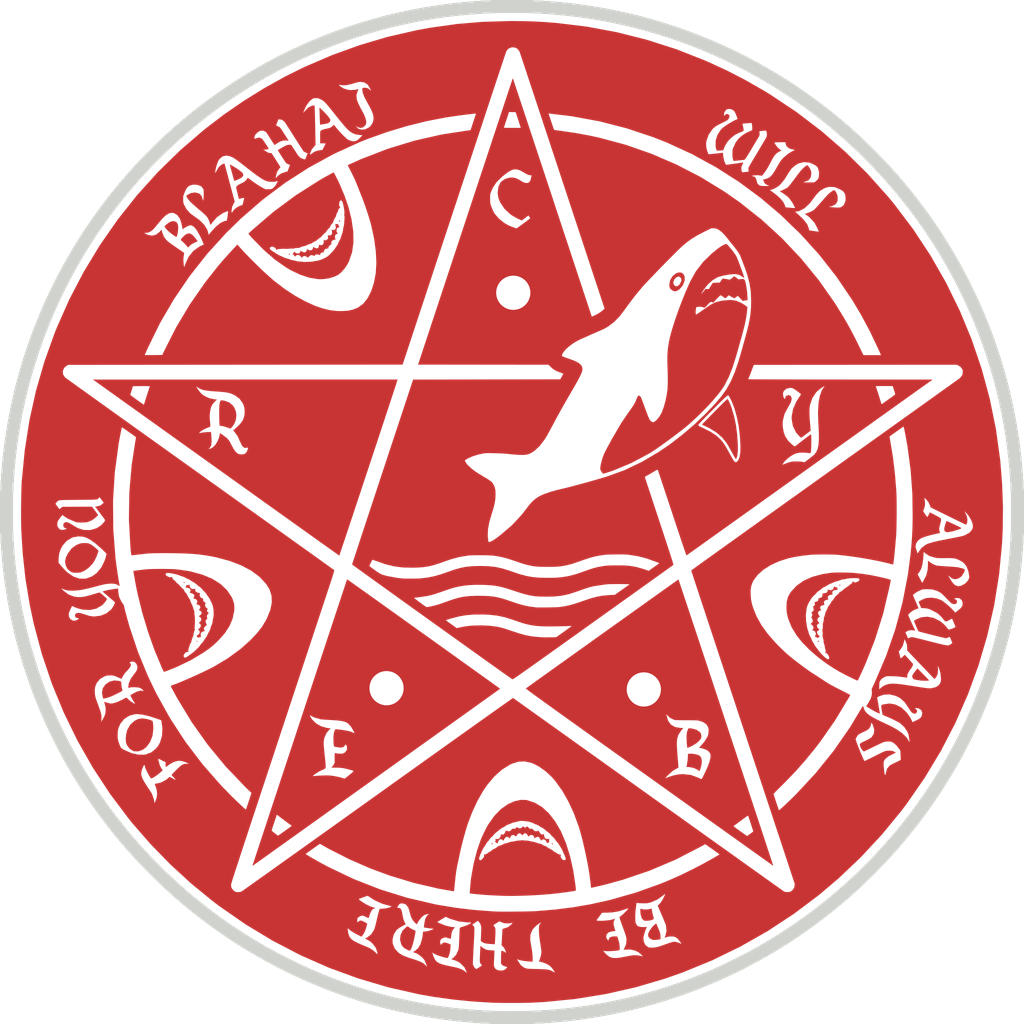
<source format=kicad_pcb>
(kicad_pcb (version 20240108) (generator "pcbnew") (generator_version "8.0")
  (layers (0 "F.Cu" signal) (31 "B.Cu" signal) (34 "B.Paste" user) (35 "F.Paste" user) (36 "B.SilkS" user "B.Silkscreen") (37 "F.SilkS" user "F.Silkscreen") (38 "B.Mask" user) (39 "F.Mask" user) (44 "Edge.Cuts" user))
  (net 0 "")
  (footprint "Graphics" (layer "F.Cu") (at 100 100)
    (property "Reference" "")
    (property "Value" "")
  )
  (footprint "Graphics" (layer "F.Cu") (at 100 100)
    (property "Reference" "")
    (property "Value" "")
  )
  (footprint "Graphics" (layer "F.Cu") (at 100 100)
    (property "Reference" "")
    (property "Value" "")
  )
  (footprint "Graphics" (layer "F.Cu") (at 100 100)
    (property "Reference" "")
    (property "Value" "")
  )
  (footprint "MountingHole:MountingHole_2.7mm_M2.5" (layer "F.Cu") (at 150.3 153.9)
    (property "Reference" "H2" (hide yes))
    (property "Value" "MountingHole")
  )
  (footprint "Graphics" (layer "F.Cu") (at 100 100)
    (property "Reference" "")
    (property "Value" "")
  )
  (footprint "Graphics" (layer "F.Cu") (at 100 100)
    (property "Reference" "")
    (property "Value" "")
  )
  (footprint "Graphics" (layer "F.Cu") (at 100 100)
    (property "Reference" "")
    (property "Value" "")
  )
  (footprint "Graphics" (layer "F.Cu") (at 100 100)
    (property "Reference" "")
    (property "Value" "")
  )
  (footprint "Graphics" (layer "F.Cu") (at 100 100)
    (property "Reference" "")
    (property "Value" "")
  )
  (footprint "Graphics" (layer "F.Cu") (at 100 100)
    (property "Reference" "")
    (property "Value" "")
  )
  (footprint "Graphics" (layer "F.Cu") (at 100 100)
    (property "Reference" "")
    (property "Value" "")
  )
  (footprint "Graphics" (layer "F.Cu") (at 100 100)
    (property "Reference" "")
    (property "Value" "")
  )
  (footprint "Graphics" (layer "F.Cu") (at 100 100)
    (property "Reference" "")
    (property "Value" "")
  )
  (footprint "MountingHole:MountingHole_2.7mm_M2.5" (layer "F.Cu") (at 130 153.8)
    (property "Reference" "H1" (hide yes))
    (property "Value" "MountingHole")
  )
  (footprint "Graphics" (layer "F.Cu") (at 100 100)
    (property "Reference" "")
    (property "Value" "")
  )
  (footprint "Graphics" (layer "F.Cu") (at 100 100)
    (property "Reference" "")
    (property "Value" "")
  )
  (footprint "Graphics" (layer "F.Cu") (at 100 100)
    (property "Reference" "")
    (property "Value" "")
  )
  (footprint "Graphics" (layer "F.Cu") (at 100 100)
    (property "Reference" "")
    (property "Value" "")
  )
  (footprint "Graphics" (layer "F.Cu") (at 100 100)
    (property "Reference" "")
    (property "Value" "")
  )
  (footprint "Graphics" (layer "F.Cu") (at 100 100)
    (property "Reference" "")
    (property "Value" "")
  )
  (footprint "Graphics" (layer "F.Cu") (at 100 100)
    (property "Reference" "")
    (property "Value" "")
  )
  (footprint "MountingHole:MountingHole_2.7mm_M2.5" (layer "F.Cu") (at 140 122.6)
    (property "Reference" "H3" (hide yes))
    (property "Value" "MountingHole")
  )
  (footprint "Graphics" (layer "F.Cu") (at 100 100)
    (property "Reference" "")
    (property "Value" "")
  )
  (footprint "Graphics" (layer "F.Cu") (at 100 100)
    (property "Reference" "")
    (property "Value" "")
  )
  (footprint "Graphics" (layer "F.Cu") (at 100 100)
    (property "Reference" "")
    (property "Value" "")
  )
  (footprint "Graphics" (layer "B.Cu") (at 100 100)
    (property "Reference" "")
    (property "Value" "")
  )
  (footprint "Graphics" (layer "B.Cu") (at 100 100)
    (property "Reference" "")
    (property "Value" "")
  )
  (footprint "Graphics" (layer "B.Cu") (at 100 100)
    (property "Reference" "")
    (property "Value" "")
  )
  (footprint "Graphics" (layer "B.Cu") (at 100 100)
    (property "Reference" "")
    (property "Value" "")
  )
  (footprint "Graphics" (layer "B.Cu") (at 100 100)
    (property "Reference" "")
    (property "Value" "")
  )
  (footprint "Graphics" (layer "B.Cu") (at 100 100)
    (property "Reference" "")
    (property "Value" "")
  )
  (footprint "Graphics" (layer "B.Cu") (at 100 100)
    (property "Reference" "")
    (property "Value" "")
  )
  (gr_poly (pts (xy 179.8 139.9) (xy 179.79 139.011) (xy 179.761 138.127) (xy 179.713 137.248) (xy 179.646 136.374) (xy 179.561 135.505) (xy 179.457 134.642) (xy 179.334 133.785) (xy 179.194 132.934) (xy 179.036 132.088) (xy 178.86 131.25) (xy 178.666 130.417) (xy 178.456 129.592) (xy 178.228 128.773) (xy 177.983 127.962) (xy 177.722 127.158) (xy 177.444 126.361) (xy 177.151 125.573) (xy 176.841 124.792) (xy 176.515 124.02) (xy 176.173 123.255) (xy 175.816 122.5) (xy 175.444 121.753) (xy 175.057 121.015) (xy 174.655 120.286) (xy 174.238 119.567) (xy 173.807 118.857) (xy 173.361 118.158) (xy 172.902 117.468) (xy 172.428 116.788) (xy 171.941 116.118) (xy 171.441 115.46) (xy 170.927 114.812) (xy 170.401 114.175) (xy 169.861 113.549) (xy 169.309 112.934) (xy 168.744 112.331) (xy 168.167 111.74) (xy 167.579 111.161) (xy 166.978 110.594) (xy 166.366 110.04) (xy 165.742 109.498) (xy 165.107 108.969) (xy 164.461 108.453) (xy 163.804 107.95) (xy 163.137 107.461) (xy 162.459 106.985) (xy 161.771 106.523) (xy 161.073 106.075) (xy 160.365 105.641) (xy 159.647 105.221) (xy 158.92 104.817) (xy 158.184 104.426) (xy 157.439 104.051) (xy 156.685 103.692) (xy 155.922 103.347) (xy 155.151 103.019) (xy 154.372 102.706) (xy 153.585 102.409) (xy 152.79 102.128) (xy 151.987 101.864) (xy 151.177 101.616) (xy 150.36 101.385) (xy 149.536 101.171) (xy 148.705 100.975) (xy 147.867 100.795) (xy 147.023 100.634) (xy 146.173 100.49) (xy 145.317 100.365) (xy 144.455 100.257) (xy 143.587 100.168) (xy 142.714 100.098) (xy 141.836 100.046) (xy 140.953 100.014) (xy 140.065 100) (xy 139.9 100) (xy 139.011 100.01) (xy 138.127 100.039) (xy 137.248 100.087) (xy 136.374 100.154) (xy 135.505 100.239) (xy 134.642 100.343) (xy 133.785 100.466) (xy 132.934 100.606) (xy 132.088 100.764) (xy 131.25 100.94) (xy 130.417 101.134) (xy 129.592 101.344) (xy 128.773 101.572) (xy 127.962 101.817) (xy 127.158 102.078) (xy 126.361 102.356) (xy 125.573 102.649) (xy 124.792 102.959) (xy 124.02 103.285) (xy 123.255 103.627) (xy 122.5 103.984) (xy 121.753 104.356) (xy 121.015 104.743) (xy 120.286 105.145) (xy 119.567 105.562) (xy 118.857 105.993) (xy 118.158 106.439) (xy 117.468 106.898) (xy 116.788 107.372) (xy 116.118 107.859) (xy 115.46 108.359) (xy 114.812 108.873) (xy 114.175 109.399) (xy 113.549 109.939) (xy 112.934 110.491) (xy 112.332 111.056) (xy 111.74 111.632) (xy 111.161 112.221) (xy 110.595 112.822) (xy 110.04 113.434) (xy 109.498 114.058) (xy 108.969 114.693) (xy 108.453 115.339) (xy 107.95 115.996) (xy 107.461 116.663) (xy 106.985 117.341) (xy 106.523 118.029) (xy 106.075 118.727) (xy 105.641 119.435) (xy 105.221 120.153) (xy 104.817 120.88) (xy 104.427 121.616) (xy 104.051 122.361) (xy 103.692 123.115) (xy 103.347 123.878) (xy 103.019 124.649) (xy 102.706 125.428) (xy 102.409 126.215) (xy 102.128 127.01) (xy 101.864 127.813) (xy 101.616 128.623) (xy 101.385 129.44) (xy 101.171 130.264) (xy 100.975 131.095) (xy 100.796 131.933) (xy 100.634 132.777) (xy 100.49 133.627) (xy 100.365 134.483) (xy 100.257 135.345) (xy 100.168 136.213) (xy 100.098 137.086) (xy 100.046 137.964) (xy 100.014 138.847) (xy 100 139.735) (xy 100 139.9) (xy 100.01 140.789) (xy 100.039 141.673) (xy 100.087 142.552) (xy 100.154 143.426) (xy 100.239 144.295) (xy 100.343 145.158) (xy 100.466 146.015) (xy 100.606 146.866) (xy 100.764 147.711) (xy 100.94 148.55) (xy 101.134 149.383) (xy 101.344 150.208) (xy 101.572 151.027) (xy 101.817 151.838) (xy 102.078 152.642) (xy 102.356 153.438) (xy 102.649 154.227) (xy 102.959 155.008) (xy 103.285 155.78) (xy 103.627 156.545) (xy 103.984 157.3) (xy 104.356 158.047) (xy 104.743 158.785) (xy 105.145 159.513) (xy 105.562 160.233) (xy 105.993 160.942) (xy 106.439 161.642) (xy 106.898 162.332) (xy 107.372 163.012) (xy 107.859 163.681) (xy 108.359 164.34) (xy 108.873 164.988) (xy 109.399 165.625) (xy 109.939 166.251) (xy 110.491 166.866) (xy 111.056 167.468) (xy 111.632 168.059) (xy 112.221 168.639) (xy 112.822 169.205) (xy 113.434 169.76) (xy 114.058 170.302) (xy 114.693 170.831) (xy 115.339 171.347) (xy 115.996 171.85) (xy 116.663 172.339) (xy 117.341 172.815) (xy 118.029 173.277) (xy 118.727 173.725) (xy 119.435 174.159) (xy 120.153 174.579) (xy 120.88 174.983) (xy 121.616 175.373) (xy 122.361 175.748) (xy 123.115 176.108) (xy 123.878 176.453) (xy 124.649 176.781) (xy 125.428 177.094) (xy 126.215 177.391) (xy 127.01 177.672) (xy 127.813 177.936) (xy 128.623 178.184) (xy 129.44 178.415) (xy 130.264 178.629) (xy 131.095 178.825) (xy 131.933 179.004) (xy 132.777 179.166) (xy 133.627 179.31) (xy 134.483 179.435) (xy 135.345 179.543) (xy 136.213 179.632) (xy 137.086 179.702) (xy 137.964 179.754) (xy 138.847 179.786) (xy 139.735 179.8) (xy 139.9 179.8) (xy 140.789 179.79) (xy 141.673 179.761) (xy 142.552 179.713) (xy 143.426 179.646) (xy 144.295 179.561) (xy 145.158 179.457) (xy 146.015 179.334) (xy 146.866 179.194) (xy 147.712 179.036) (xy 148.55 178.86) (xy 149.383 178.666) (xy 150.208 178.456) (xy 151.027 178.228) (xy 151.838 177.983) (xy 152.642 177.722) (xy 153.438 177.444) (xy 154.227 177.151) (xy 155.008 176.84) (xy 155.78 176.515) (xy 156.545 176.173) (xy 157.3 175.816) (xy 158.047 175.444) (xy 158.785 175.057) (xy 159.513 174.655) (xy 160.233 174.238) (xy 160.942 173.807) (xy 161.642 173.361) (xy 162.332 172.902) (xy 163.012 172.428) (xy 163.682 171.941) (xy 164.34 171.441) (xy 164.988 170.927) (xy 165.625 170.401) (xy 166.251 169.861) (xy 166.866 169.309) (xy 167.468 168.744) (xy 168.06 168.167) (xy 168.639 167.579) (xy 169.205 166.978) (xy 169.76 166.366) (xy 170.302 165.742) (xy 170.831 165.107) (xy 171.347 164.461) (xy 171.85 163.804) (xy 172.339 163.137) (xy 172.815 162.459) (xy 173.277 161.771) (xy 173.725 161.073) (xy 174.159 160.365) (xy 174.579 159.647) (xy 174.983 158.92) (xy 175.373 158.184) (xy 175.748 157.439) (xy 176.108 156.685) (xy 176.453 155.922) (xy 176.781 155.151) (xy 177.094 154.372) (xy 177.391 153.585) (xy 177.672 152.79) (xy 177.936 151.987) (xy 178.184 151.177) (xy 178.415 150.36) (xy 178.629 149.536) (xy 178.825 148.705) (xy 179.004 147.867) (xy 179.166 147.023) (xy 179.31 146.173) (xy 179.435 145.317) (xy 179.543 144.455) (xy 179.632 143.587) (xy 179.702 142.714) (xy 179.754 141.836) (xy 179.786 140.953) (xy 179.8 140.065) (xy 179.8 139.9)) (stroke (width 1)) (fill none) (layer "Edge.Cuts"))
  (gr_poly (pts (xy 179.808 139.904) (xy 179.798 140.793) (xy 179.769 141.677) (xy 179.721 142.556) (xy 179.654 143.43) (xy 179.568 144.299) (xy 179.464 145.162) (xy 179.342 146.019) (xy 179.202 146.87) (xy 179.043 147.716) (xy 178.867 148.555) (xy 178.674 149.387) (xy 178.463 150.212) (xy 178.236 151.031) (xy 177.991 151.842) (xy 177.73 152.647) (xy 177.452 153.443) (xy 177.158 154.232) (xy 176.848 155.012) (xy 176.522 155.785) (xy 176.181 156.549) (xy 175.824 157.305) (xy 175.452 158.052) (xy 175.064 158.79) (xy 174.662 159.518) (xy 174.245 160.238) (xy 173.814 160.947) (xy 173.369 161.647) (xy 172.909 162.337) (xy 172.436 163.017) (xy 171.949 163.687) (xy 171.448 164.345) (xy 170.935 164.994) (xy 170.408 165.631) (xy 169.869 166.256) (xy 169.316 166.871) (xy 168.752 167.474) (xy 168.175 168.065) (xy 167.586 168.644) (xy 166.985 169.211) (xy 166.373 169.766) (xy 165.749 170.307) (xy 165.114 170.837) (xy 164.468 171.353) (xy 163.812 171.856) (xy 163.144 172.345) (xy 162.466 172.821) (xy 161.778 173.283) (xy 161.08 173.731) (xy 160.372 174.165) (xy 159.655 174.585) (xy 158.928 174.99) (xy 158.191 175.38) (xy 157.446 175.755) (xy 156.692 176.115) (xy 155.93 176.459) (xy 155.159 176.788) (xy 154.379 177.101) (xy 153.592 177.398) (xy 152.797 177.679) (xy 151.994 177.943) (xy 151.184 178.191) (xy 150.367 178.422) (xy 149.543 178.636) (xy 148.712 178.832) (xy 147.874 179.011) (xy 147.03 179.173) (xy 146.18 179.317) (xy 145.324 179.443) (xy 144.462 179.55) (xy 143.594 179.639) (xy 142.721 179.71) (xy 141.843 179.761) (xy 140.96 179.794) (xy 140.072 179.807) (xy 139.904 179.808) (xy 139.015 179.798) (xy 138.131 179.769) (xy 137.252 179.721) (xy 136.378 179.654) (xy 135.509 179.568) (xy 134.646 179.464) (xy 133.789 179.342) (xy 132.937 179.202) (xy 132.092 179.043) (xy 131.253 178.867) (xy 130.421 178.674) (xy 129.595 178.463) (xy 128.777 178.236) (xy 127.965 177.991) (xy 127.161 177.73) (xy 126.365 177.452) (xy 125.576 177.158) (xy 124.795 176.848) (xy 124.023 176.522) (xy 123.258 176.181) (xy 122.503 175.824) (xy 121.756 175.452) (xy 121.018 175.064) (xy 120.289 174.662) (xy 119.57 174.245) (xy 118.86 173.814) (xy 118.16 173.369) (xy 117.47 172.909) (xy 116.79 172.436) (xy 116.121 171.949) (xy 115.462 171.448) (xy 114.814 170.935) (xy 114.177 170.408) (xy 113.551 169.869) (xy 112.937 169.316) (xy 112.334 168.752) (xy 111.743 168.175) (xy 111.163 167.586) (xy 110.597 166.985) (xy 110.042 166.373) (xy 109.5 165.749) (xy 108.971 165.114) (xy 108.455 164.468) (xy 107.952 163.812) (xy 107.462 163.144) (xy 106.986 162.466) (xy 106.524 161.778) (xy 106.076 161.08) (xy 105.642 160.372) (xy 105.223 159.655) (xy 104.818 158.928) (xy 104.428 158.191) (xy 104.053 157.446) (xy 103.693 156.692) (xy 103.349 155.93) (xy 103.02 155.159) (xy 102.707 154.379) (xy 102.41 153.592) (xy 102.129 152.797) (xy 101.865 151.994) (xy 101.617 151.184) (xy 101.386 150.367) (xy 101.172 149.543) (xy 100.975 148.712) (xy 100.796 147.874) (xy 100.635 147.03) (xy 100.491 146.18) (xy 100.365 145.324) (xy 100.257 144.462) (xy 100.168 143.594) (xy 100.098 142.721) (xy 100.046 141.843) (xy 100.014 140.96) (xy 100 140.072) (xy 100 139.904) (xy 100.01 139.015) (xy 100.039 138.131) (xy 100.087 137.252) (xy 100.154 136.378) (xy 100.239 135.509) (xy 100.343 134.646) (xy 100.466 133.789) (xy 100.606 132.937) (xy 100.764 132.092) (xy 100.94 131.253) (xy 101.134 130.421) (xy 101.344 129.595) (xy 101.572 128.777) (xy 101.817 127.965) (xy 102.078 127.161) (xy 102.356 126.365) (xy 102.65 125.576) (xy 102.96 124.795) (xy 103.285 124.023) (xy 103.627 123.258) (xy 103.984 122.503) (xy 104.356 121.756) (xy 104.743 121.018) (xy 105.145 120.289) (xy 105.562 119.57) (xy 105.993 118.86) (xy 106.439 118.16) (xy 106.898 117.47) (xy 107.372 116.79) (xy 107.859 116.121) (xy 108.359 115.462) (xy 108.873 114.814) (xy 109.399 114.177) (xy 109.939 113.551) (xy 110.491 112.937) (xy 111.056 112.334) (xy 111.633 111.743) (xy 112.221 111.163) (xy 112.822 110.597) (xy 113.434 110.042) (xy 114.058 109.5) (xy 114.693 108.971) (xy 115.339 108.455) (xy 115.996 107.952) (xy 116.663 107.462) (xy 117.341 106.986) (xy 118.029 106.524) (xy 118.728 106.076) (xy 119.435 105.642) (xy 120.153 105.223) (xy 120.88 104.818) (xy 121.616 104.428) (xy 122.361 104.053) (xy 123.115 103.693) (xy 123.878 103.349) (xy 124.649 103.02) (xy 125.428 102.707) (xy 126.215 102.41) (xy 127.011 102.129) (xy 127.813 101.865) (xy 128.623 101.617) (xy 129.44 101.386) (xy 130.265 101.172) (xy 131.096 100.975) (xy 131.933 100.796) (xy 132.777 100.635) (xy 133.628 100.491) (xy 134.484 100.365) (xy 135.346 100.257) (xy 136.214 100.168) (xy 137.087 100.098) (xy 137.965 100.046) (xy 138.848 100.014) (xy 139.736 100) (xy 139.904 100) (xy 140.793 100.01) (xy 141.677 100.039) (xy 142.556 100.087) (xy 143.43 100.154) (xy 144.299 100.239) (xy 145.162 100.343) (xy 146.019 100.466) (xy 146.87 100.606) (xy 147.716 100.764) (xy 148.555 100.94) (xy 149.387 101.134) (xy 150.212 101.344) (xy 151.031 101.572) (xy 151.842 101.817) (xy 152.647 102.078) (xy 153.443 102.356) (xy 154.232 102.65) (xy 155.012 102.96) (xy 155.785 103.285) (xy 156.549 103.627) (xy 157.305 103.984) (xy 158.052 104.356) (xy 158.79 104.743) (xy 159.518 105.145) (xy 160.238 105.562) (xy 160.947 105.993) (xy 161.647 106.439) (xy 162.337 106.898) (xy 163.017 107.372) (xy 163.687 107.859) (xy 164.345 108.359) (xy 164.994 108.873) (xy 165.631 109.399) (xy 166.256 109.939) (xy 166.871 110.491) (xy 167.474 111.056) (xy 168.065 111.633) (xy 168.644 112.221) (xy 169.211 112.822) (xy 169.766 113.434) (xy 170.307 114.058) (xy 170.837 114.693) (xy 171.353 115.339) (xy 171.856 115.996) (xy 172.345 116.663) (xy 172.821 117.341) (xy 173.283 118.029) (xy 173.731 118.728) (xy 174.165 119.435) (xy 174.585 120.153) (xy 174.99 120.88) (xy 175.38 121.616) (xy 175.755 122.361) (xy 176.115 123.115) (xy 176.459 123.878) (xy 176.788 124.649) (xy 177.101 125.428) (xy 177.398 126.215) (xy 177.679 127.011) (xy 177.943 127.813) (xy 178.191 128.623) (xy 178.422 129.44) (xy 178.636 130.265) (xy 178.832 131.096) (xy 179.011 131.933) (xy 179.173 132.777) (xy 179.317 133.628) (xy 179.443 134.484) (xy 179.55 135.346) (xy 179.639 136.214) (xy 179.71 137.087) (xy 179.761 137.965) (xy 179.794 138.848) (xy 179.807 139.736) (xy 179.808 139.904)) (stroke (width 1)) (fill none) (layer "Edge.Cuts"))
  (gr_poly (pts (xy 179.8 139.9) (xy 179.79 139.011) (xy 179.761 138.127) (xy 179.713 137.248) (xy 179.646 136.374) (xy 179.561 135.505) (xy 179.457 134.642) (xy 179.334 133.785) (xy 179.194 132.934) (xy 179.036 132.088) (xy 178.86 131.25) (xy 178.666 130.417) (xy 178.456 129.592) (xy 178.228 128.773) (xy 177.983 127.962) (xy 177.722 127.158) (xy 177.444 126.361) (xy 177.151 125.573) (xy 176.841 124.792) (xy 176.515 124.02) (xy 176.173 123.255) (xy 175.816 122.5) (xy 175.444 121.753) (xy 175.057 121.015) (xy 174.655 120.286) (xy 174.238 119.567) (xy 173.807 118.857) (xy 173.361 118.158) (xy 172.902 117.468) (xy 172.428 116.788) (xy 171.941 116.118) (xy 171.441 115.46) (xy 170.927 114.812) (xy 170.401 114.175) (xy 169.861 113.549) (xy 169.309 112.934) (xy 168.744 112.331) (xy 168.167 111.74) (xy 167.579 111.161) (xy 166.978 110.594) (xy 166.366 110.04) (xy 165.742 109.498) (xy 165.107 108.969) (xy 164.461 108.453) (xy 163.804 107.95) (xy 163.137 107.461) (xy 162.459 106.985) (xy 161.771 106.523) (xy 161.073 106.075) (xy 160.365 105.641) (xy 159.647 105.221) (xy 158.92 104.817) (xy 158.184 104.426) (xy 157.439 104.051) (xy 156.685 103.692) (xy 155.922 103.347) (xy 155.151 103.019) (xy 154.372 102.706) (xy 153.585 102.409) (xy 152.79 102.128) (xy 151.987 101.864) (xy 151.177 101.616) (xy 150.36 101.385) (xy 149.536 101.171) (xy 148.705 100.975) (xy 147.867 100.795) (xy 147.023 100.634) (xy 146.173 100.49) (xy 145.317 100.365) (xy 144.455 100.257) (xy 143.587 100.168) (xy 142.714 100.098) (xy 141.836 100.046) (xy 140.953 100.014) (xy 140.065 100) (xy 139.9 100) (xy 139.011 100.01) (xy 138.127 100.039) (xy 137.248 100.087) (xy 136.374 100.154) (xy 135.505 100.239) (xy 134.642 100.343) (xy 133.785 100.466) (xy 132.934 100.606) (xy 132.088 100.764) (xy 131.25 100.94) (xy 130.417 101.134) (xy 129.592 101.344) (xy 128.773 101.572) (xy 127.962 101.817) (xy 127.158 102.078) (xy 126.361 102.356) (xy 125.573 102.649) (xy 124.792 102.959) (xy 124.02 103.285) (xy 123.255 103.627) (xy 122.5 103.984) (xy 121.753 104.356) (xy 121.015 104.743) (xy 120.286 105.145) (xy 119.567 105.562) (xy 118.857 105.993) (xy 118.158 106.439) (xy 117.468 106.898) (xy 116.788 107.372) (xy 116.118 107.859) (xy 115.46 108.359) (xy 114.812 108.873) (xy 114.175 109.399) (xy 113.549 109.939) (xy 112.934 110.491) (xy 112.332 111.056) (xy 111.74 111.632) (xy 111.161 112.221) (xy 110.595 112.822) (xy 110.04 113.434) (xy 109.498 114.058) (xy 108.969 114.693) (xy 108.453 115.339) (xy 107.95 115.996) (xy 107.461 116.663) (xy 106.985 117.341) (xy 106.523 118.029) (xy 106.075 118.727) (xy 105.641 119.435) (xy 105.221 120.153) (xy 104.817 120.88) (xy 104.427 121.616) (xy 104.051 122.361) (xy 103.692 123.115) (xy 103.347 123.878) (xy 103.019 124.649) (xy 102.706 125.428) (xy 102.409 126.215) (xy 102.128 127.01) (xy 101.864 127.813) (xy 101.616 128.623) (xy 101.385 129.44) (xy 101.171 130.264) (xy 100.975 131.095) (xy 100.796 131.933) (xy 100.634 132.777) (xy 100.49 133.627) (xy 100.365 134.483) (xy 100.257 135.345) (xy 100.168 136.213) (xy 100.098 137.086) (xy 100.046 137.964) (xy 100.014 138.847) (xy 100 139.735) (xy 100 139.9) (xy 100.01 140.789) (xy 100.039 141.673) (xy 100.087 142.552) (xy 100.154 143.426) (xy 100.239 144.295) (xy 100.343 145.158) (xy 100.466 146.015) (xy 100.606 146.866) (xy 100.764 147.711) (xy 100.94 148.55) (xy 101.134 149.383) (xy 101.344 150.208) (xy 101.572 151.027) (xy 101.817 151.838) (xy 102.078 152.642) (xy 102.356 153.438) (xy 102.649 154.227) (xy 102.959 155.008) (xy 103.285 155.78) (xy 103.627 156.545) (xy 103.984 157.3) (xy 104.356 158.047) (xy 104.743 158.785) (xy 105.145 159.513) (xy 105.562 160.233) (xy 105.993 160.942) (xy 106.439 161.642) (xy 106.898 162.332) (xy 107.372 163.012) (xy 107.859 163.681) (xy 108.359 164.34) (xy 108.873 164.988) (xy 109.399 165.625) (xy 109.939 166.251) (xy 110.491 166.866) (xy 111.056 167.468) (xy 111.632 168.059) (xy 112.221 168.639) (xy 112.822 169.205) (xy 113.434 169.76) (xy 114.058 170.302) (xy 114.693 170.831) (xy 115.339 171.347) (xy 115.996 171.85) (xy 116.663 172.339) (xy 117.341 172.815) (xy 118.029 173.277) (xy 118.727 173.725) (xy 119.435 174.159) (xy 120.153 174.579) (xy 120.88 174.983) (xy 121.616 175.373) (xy 122.361 175.748) (xy 123.115 176.108) (xy 123.878 176.453) (xy 124.649 176.781) (xy 125.428 177.094) (xy 126.215 177.391) (xy 127.01 177.672) (xy 127.813 177.936) (xy 128.623 178.184) (xy 129.44 178.415) (xy 130.264 178.629) (xy 131.095 178.825) (xy 131.933 179.004) (xy 132.777 179.166) (xy 133.627 179.31) (xy 134.483 179.435) (xy 135.345 179.543) (xy 136.213 179.632) (xy 137.086 179.702) (xy 137.964 179.754) (xy 138.847 179.786) (xy 139.735 179.8) (xy 139.9 179.8) (xy 140.789 179.79) (xy 141.673 179.761) (xy 142.552 179.713) (xy 143.426 179.646) (xy 144.295 179.561) (xy 145.158 179.457) (xy 146.015 179.334) (xy 146.866 179.194) (xy 147.712 179.036) (xy 148.55 178.86) (xy 149.383 178.666) (xy 150.208 178.456) (xy 151.027 178.228) (xy 151.838 177.983) (xy 152.642 177.722) (xy 153.438 177.444) (xy 154.227 177.151) (xy 155.008 176.84) (xy 155.78 176.515) (xy 156.545 176.173) (xy 157.3 175.816) (xy 158.047 175.444) (xy 158.785 175.057) (xy 159.513 174.655) (xy 160.233 174.238) (xy 160.942 173.807) (xy 161.642 173.361) (xy 162.332 172.902) (xy 163.012 172.428) (xy 163.682 171.941) (xy 164.34 171.441) (xy 164.988 170.927) (xy 165.625 170.401) (xy 166.251 169.861) (xy 166.866 169.309) (xy 167.468 168.744) (xy 168.06 168.167) (xy 168.639 167.579) (xy 169.205 166.978) (xy 169.76 166.366) (xy 170.302 165.742) (xy 170.831 165.107) (xy 171.347 164.461) (xy 171.85 163.804) (xy 172.339 163.137) (xy 172.815 162.459) (xy 173.277 161.771) (xy 173.725 161.073) (xy 174.159 160.365) (xy 174.579 159.647) (xy 174.983 158.92) (xy 175.373 158.184) (xy 175.748 157.439) (xy 176.108 156.685) (xy 176.453 155.922) (xy 176.781 155.151) (xy 177.094 154.372) (xy 177.391 153.585) (xy 177.672 152.79) (xy 177.936 151.987) (xy 178.184 151.177) (xy 178.415 150.36) (xy 178.629 149.536) (xy 178.825 148.705) (xy 179.004 147.867) (xy 179.166 147.023) (xy 179.31 146.173) (xy 179.435 145.317) (xy 179.543 144.455) (xy 179.632 143.587) (xy 179.702 142.714) (xy 179.754 141.836) (xy 179.786 140.953) (xy 179.8 140.065) (xy 179.8 139.9)) (stroke (width 1)) (fill none) (layer "Edge.Cuts"))
  (gr_poly (pts (xy 179.8 139.9) (xy 179.79 139.011) (xy 179.761 138.127) (xy 179.713 137.248) (xy 179.646 136.374) (xy 179.561 135.505) (xy 179.457 134.642) (xy 179.334 133.785) (xy 179.194 132.934) (xy 179.036 132.088) (xy 178.86 131.25) (xy 178.666 130.417) (xy 178.456 129.592) (xy 178.228 128.773) (xy 177.983 127.962) (xy 177.722 127.158) (xy 177.444 126.361) (xy 177.151 125.573) (xy 176.841 124.792) (xy 176.515 124.02) (xy 176.173 123.255) (xy 175.816 122.5) (xy 175.444 121.753) (xy 175.057 121.015) (xy 174.655 120.286) (xy 174.238 119.567) (xy 173.807 118.857) (xy 173.361 118.158) (xy 172.902 117.468) (xy 172.428 116.788) (xy 171.941 116.118) (xy 171.441 115.46) (xy 170.927 114.812) (xy 170.401 114.175) (xy 169.861 113.549) (xy 169.309 112.934) (xy 168.744 112.331) (xy 168.167 111.74) (xy 167.579 111.161) (xy 166.978 110.594) (xy 166.366 110.04) (xy 165.742 109.498) (xy 165.107 108.969) (xy 164.461 108.453) (xy 163.804 107.95) (xy 163.137 107.461) (xy 162.459 106.985) (xy 161.771 106.523) (xy 161.073 106.075) (xy 160.365 105.641) (xy 159.647 105.221) (xy 158.92 104.817) (xy 158.184 104.426) (xy 157.439 104.051) (xy 156.685 103.692) (xy 155.922 103.347) (xy 155.151 103.019) (xy 154.372 102.706) (xy 153.585 102.409) (xy 152.79 102.128) (xy 151.987 101.864) (xy 151.177 101.616) (xy 150.36 101.385) (xy 149.536 101.171) (xy 148.705 100.975) (xy 147.867 100.795) (xy 147.023 100.634) (xy 146.173 100.49) (xy 145.317 100.365) (xy 144.455 100.257) (xy 143.587 100.168) (xy 142.714 100.098) (xy 141.836 100.046) (xy 140.953 100.014) (xy 140.065 100) (xy 139.9 100) (xy 139.011 100.01) (xy 138.127 100.039) (xy 137.248 100.087) (xy 136.374 100.154) (xy 135.505 100.239) (xy 134.642 100.343) (xy 133.785 100.466) (xy 132.934 100.606) (xy 132.088 100.764) (xy 131.25 100.94) (xy 130.417 101.134) (xy 129.592 101.344) (xy 128.773 101.572) (xy 127.962 101.817) (xy 127.158 102.078) (xy 126.361 102.356) (xy 125.573 102.649) (xy 124.792 102.959) (xy 124.02 103.285) (xy 123.255 103.627) (xy 122.5 103.984) (xy 121.753 104.356) (xy 121.015 104.743) (xy 120.286 105.145) (xy 119.567 105.562) (xy 118.857 105.993) (xy 118.158 106.439) (xy 117.468 106.898) (xy 116.788 107.372) (xy 116.118 107.859) (xy 115.46 108.359) (xy 114.812 108.873) (xy 114.175 109.399) (xy 113.549 109.939) (xy 112.934 110.491) (xy 112.332 111.056) (xy 111.74 111.632) (xy 111.161 112.221) (xy 110.595 112.822) (xy 110.04 113.434) (xy 109.498 114.058) (xy 108.969 114.693) (xy 108.453 115.339) (xy 107.95 115.996) (xy 107.461 116.663) (xy 106.985 117.341) (xy 106.523 118.029) (xy 106.075 118.727) (xy 105.641 119.435) (xy 105.221 120.153) (xy 104.817 120.88) (xy 104.427 121.616) (xy 104.051 122.361) (xy 103.692 123.115) (xy 103.347 123.878) (xy 103.019 124.649) (xy 102.706 125.428) (xy 102.409 126.215) (xy 102.128 127.01) (xy 101.864 127.813) (xy 101.616 128.623) (xy 101.385 129.44) (xy 101.171 130.264) (xy 100.975 131.095) (xy 100.796 131.933) (xy 100.634 132.777) (xy 100.49 133.627) (xy 100.365 134.483) (xy 100.257 135.345) (xy 100.168 136.213) (xy 100.098 137.086) (xy 100.046 137.964) (xy 100.014 138.847) (xy 100 139.735) (xy 100 139.9) (xy 100.01 140.789) (xy 100.039 141.673) (xy 100.087 142.552) (xy 100.154 143.426) (xy 100.239 144.295) (xy 100.343 145.158) (xy 100.466 146.015) (xy 100.606 146.866) (xy 100.764 147.711) (xy 100.94 148.55) (xy 101.134 149.383) (xy 101.344 150.208) (xy 101.572 151.027) (xy 101.817 151.838) (xy 102.078 152.642) (xy 102.356 153.438) (xy 102.649 154.227) (xy 102.959 155.008) (xy 103.285 155.78) (xy 103.627 156.545) (xy 103.984 157.3) (xy 104.356 158.047) (xy 104.743 158.785) (xy 105.145 159.513) (xy 105.562 160.233) (xy 105.993 160.942) (xy 106.439 161.642) (xy 106.898 162.332) (xy 107.372 163.012) (xy 107.859 163.681) (xy 108.359 164.34) (xy 108.873 164.988) (xy 109.399 165.625) (xy 109.939 166.251) (xy 110.491 166.866) (xy 111.056 167.468) (xy 111.632 168.059) (xy 112.221 168.639) (xy 112.822 169.205) (xy 113.434 169.76) (xy 114.058 170.302) (xy 114.693 170.831) (xy 115.339 171.347) (xy 115.996 171.85) (xy 116.663 172.339) (xy 117.341 172.815) (xy 118.029 173.277) (xy 118.727 173.725) (xy 119.435 174.159) (xy 120.153 174.579) (xy 120.88 174.983) (xy 121.616 175.373) (xy 122.361 175.748) (xy 123.115 176.108) (xy 123.878 176.453) (xy 124.649 176.781) (xy 125.428 177.094) (xy 126.215 177.391) (xy 127.01 177.672) (xy 127.813 177.936) (xy 128.623 178.184) (xy 129.44 178.415) (xy 130.264 178.629) (xy 131.095 178.825) (xy 131.933 179.004) (xy 132.777 179.166) (xy 133.627 179.31) (xy 134.483 179.435) (xy 135.345 179.543) (xy 136.213 179.632) (xy 137.086 179.702) (xy 137.964 179.754) (xy 138.847 179.786) (xy 139.735 179.8) (xy 139.9 179.8) (xy 140.789 179.79) (xy 141.673 179.761) (xy 142.552 179.713) (xy 143.426 179.646) (xy 144.295 179.561) (xy 145.158 179.457) (xy 146.015 179.334) (xy 146.866 179.194) (xy 147.712 179.036) (xy 148.55 178.86) (xy 149.383 178.666) (xy 150.208 178.456) (xy 151.027 178.228) (xy 151.838 177.983) (xy 152.642 177.722) (xy 153.438 177.444) (xy 154.227 177.151) (xy 155.008 176.84) (xy 155.78 176.515) (xy 156.545 176.173) (xy 157.3 175.816) (xy 158.047 175.444) (xy 158.785 175.057) (xy 159.513 174.655) (xy 160.233 174.238) (xy 160.942 173.807) (xy 161.642 173.361) (xy 162.332 172.902) (xy 163.012 172.428) (xy 163.682 171.941) (xy 164.34 171.441) (xy 164.988 170.927) (xy 165.625 170.401) (xy 166.251 169.861) (xy 166.866 169.309) (xy 167.468 168.744) (xy 168.06 168.167) (xy 168.639 167.579) (xy 169.205 166.978) (xy 169.76 166.366) (xy 170.302 165.742) (xy 170.831 165.107) (xy 171.347 164.461) (xy 171.85 163.804) (xy 172.339 163.137) (xy 172.815 162.459) (xy 173.277 161.771) (xy 173.725 161.073) (xy 174.159 160.365) (xy 174.579 159.647) (xy 174.983 158.92) (xy 175.373 158.184) (xy 175.748 157.439) (xy 176.108 156.685) (xy 176.453 155.922) (xy 176.781 155.151) (xy 177.094 154.372) (xy 177.391 153.585) (xy 177.672 152.79) (xy 177.936 151.987) (xy 178.184 151.177) (xy 178.415 150.36) (xy 178.629 149.536) (xy 178.825 148.705) (xy 179.004 147.867) (xy 179.166 147.023) (xy 179.31 146.173) (xy 179.435 145.317) (xy 179.543 144.455) (xy 179.632 143.587) (xy 179.702 142.714) (xy 179.754 141.836) (xy 179.786 140.953) (xy 179.8 140.065) (xy 179.8 139.9)) (stroke (width 1)) (fill none) (layer "Edge.Cuts"))
  (gr_poly (pts (xy 179.8 139.9) (xy 179.79 139.011) (xy 179.761 138.127) (xy 179.713 137.248) (xy 179.646 136.374) (xy 179.561 135.505) (xy 179.457 134.642) (xy 179.334 133.785) (xy 179.194 132.934) (xy 179.036 132.088) (xy 178.86 131.25) (xy 178.666 130.417) (xy 178.456 129.592) (xy 178.228 128.773) (xy 177.983 127.962) (xy 177.722 127.158) (xy 177.444 126.361) (xy 177.151 125.573) (xy 176.841 124.792) (xy 176.515 124.02) (xy 176.173 123.255) (xy 175.816 122.5) (xy 175.444 121.753) (xy 175.057 121.015) (xy 174.655 120.286) (xy 174.238 119.567) (xy 173.807 118.857) (xy 173.361 118.158) (xy 172.902 117.468) (xy 172.428 116.788) (xy 171.941 116.118) (xy 171.441 115.46) (xy 170.927 114.812) (xy 170.401 114.175) (xy 169.861 113.549) (xy 169.309 112.934) (xy 168.744 112.331) (xy 168.167 111.74) (xy 167.579 111.161) (xy 166.978 110.594) (xy 166.366 110.04) (xy 165.742 109.498) (xy 165.107 108.969) (xy 164.461 108.453) (xy 163.804 107.95) (xy 163.137 107.461) (xy 162.459 106.985) (xy 161.771 106.523) (xy 161.073 106.075) (xy 160.365 105.641) (xy 159.647 105.221) (xy 158.92 104.817) (xy 158.184 104.426) (xy 157.439 104.051) (xy 156.685 103.692) (xy 155.922 103.347) (xy 155.151 103.019) (xy 154.372 102.706) (xy 153.585 102.409) (xy 152.79 102.128) (xy 151.987 101.864) (xy 151.177 101.616) (xy 150.36 101.385) (xy 149.536 101.171) (xy 148.705 100.975) (xy 147.867 100.795) (xy 147.023 100.634) (xy 146.173 100.49) (xy 145.317 100.365) (xy 144.455 100.257) (xy 143.587 100.168) (xy 142.714 100.098) (xy 141.836 100.046) (xy 140.953 100.014) (xy 140.065 100) (xy 139.9 100) (xy 139.011 100.01) (xy 138.127 100.039) (xy 137.248 100.087) (xy 136.374 100.154) (xy 135.505 100.239) (xy 134.642 100.343) (xy 133.785 100.466) (xy 132.934 100.606) (xy 132.088 100.764) (xy 131.25 100.94) (xy 130.417 101.134) (xy 129.592 101.344) (xy 128.773 101.572) (xy 127.962 101.817) (xy 127.158 102.078) (xy 126.361 102.356) (xy 125.573 102.649) (xy 124.792 102.959) (xy 124.02 103.285) (xy 123.255 103.627) (xy 122.5 103.984) (xy 121.753 104.356) (xy 121.015 104.743) (xy 120.286 105.145) (xy 119.567 105.562) (xy 118.857 105.993) (xy 118.158 106.439) (xy 117.468 106.898) (xy 116.788 107.372) (xy 116.118 107.859) (xy 115.46 108.359) (xy 114.812 108.873) (xy 114.175 109.399) (xy 113.549 109.939) (xy 112.934 110.491) (xy 112.332 111.056) (xy 111.74 111.632) (xy 111.161 112.221) (xy 110.595 112.822) (xy 110.04 113.434) (xy 109.498 114.058) (xy 108.969 114.693) (xy 108.453 115.339) (xy 107.95 115.996) (xy 107.461 116.663) (xy 106.985 117.341) (xy 106.523 118.029) (xy 106.075 118.727) (xy 105.641 119.435) (xy 105.221 120.153) (xy 104.817 120.88) (xy 104.427 121.616) (xy 104.051 122.361) (xy 103.692 123.115) (xy 103.347 123.878) (xy 103.019 124.649) (xy 102.706 125.428) (xy 102.409 126.215) (xy 102.128 127.01) (xy 101.864 127.813) (xy 101.616 128.623) (xy 101.385 129.44) (xy 101.171 130.264) (xy 100.975 131.095) (xy 100.796 131.933) (xy 100.634 132.777) (xy 100.49 133.627) (xy 100.365 134.483) (xy 100.257 135.345) (xy 100.168 136.213) (xy 100.098 137.086) (xy 100.046 137.964) (xy 100.014 138.847) (xy 100 139.735) (xy 100 139.9) (xy 100.01 140.789) (xy 100.039 141.673) (xy 100.087 142.552) (xy 100.154 143.426) (xy 100.239 144.295) (xy 100.343 145.158) (xy 100.466 146.015) (xy 100.606 146.866) (xy 100.764 147.711) (xy 100.94 148.55) (xy 101.134 149.383) (xy 101.344 150.208) (xy 101.572 151.027) (xy 101.817 151.838) (xy 102.078 152.642) (xy 102.356 153.438) (xy 102.649 154.227) (xy 102.959 155.008) (xy 103.285 155.78) (xy 103.627 156.545) (xy 103.984 157.3) (xy 104.356 158.047) (xy 104.743 158.785) (xy 105.145 159.513) (xy 105.562 160.233) (xy 105.993 160.942) (xy 106.439 161.642) (xy 106.898 162.332) (xy 107.372 163.012) (xy 107.859 163.681) (xy 108.359 164.34) (xy 108.873 164.988) (xy 109.399 165.625) (xy 109.939 166.251) (xy 110.491 166.866) (xy 111.056 167.468) (xy 111.632 168.059) (xy 112.221 168.639) (xy 112.822 169.205) (xy 113.434 169.76) (xy 114.058 170.302) (xy 114.693 170.831) (xy 115.339 171.347) (xy 115.996 171.85) (xy 116.663 172.339) (xy 117.341 172.815) (xy 118.029 173.277) (xy 118.727 173.725) (xy 119.435 174.159) (xy 120.153 174.579) (xy 120.88 174.983) (xy 121.616 175.373) (xy 122.361 175.748) (xy 123.115 176.108) (xy 123.878 176.453) (xy 124.649 176.781) (xy 125.428 177.094) (xy 126.215 177.391) (xy 127.01 177.672) (xy 127.813 177.936) (xy 128.623 178.184) (xy 129.44 178.415) (xy 130.264 178.629) (xy 131.095 178.825) (xy 131.933 179.004) (xy 132.777 179.166) (xy 133.627 179.31) (xy 134.483 179.435) (xy 135.345 179.543) (xy 136.213 179.632) (xy 137.086 179.702) (xy 137.964 179.754) (xy 138.847 179.786) (xy 139.735 179.8) (xy 139.9 179.8) (xy 140.789 179.79) (xy 141.673 179.761) (xy 142.552 179.713) (xy 143.426 179.646) (xy 144.295 179.561) (xy 145.158 179.457) (xy 146.015 179.334) (xy 146.866 179.194) (xy 147.712 179.036) (xy 148.55 178.86) (xy 149.383 178.666) (xy 150.208 178.456) (xy 151.027 178.228) (xy 151.838 177.983) (xy 152.642 177.722) (xy 153.438 177.444) (xy 154.227 177.151) (xy 155.008 176.84) (xy 155.78 176.515) (xy 156.545 176.173) (xy 157.3 175.816) (xy 158.047 175.444) (xy 158.785 175.057) (xy 159.513 174.655) (xy 160.233 174.238) (xy 160.942 173.807) (xy 161.642 173.361) (xy 162.332 172.902) (xy 163.012 172.428) (xy 163.682 171.941) (xy 164.34 171.441) (xy 164.988 170.927) (xy 165.625 170.401) (xy 166.251 169.861) (xy 166.866 169.309) (xy 167.468 168.744) (xy 168.06 168.167) (xy 168.639 167.579) (xy 169.205 166.978) (xy 169.76 166.366) (xy 170.302 165.742) (xy 170.831 165.107) (xy 171.347 164.461) (xy 171.85 163.804) (xy 172.339 163.137) (xy 172.815 162.459) (xy 173.277 161.771) (xy 173.725 161.073) (xy 174.159 160.365) (xy 174.579 159.647) (xy 174.983 158.92) (xy 175.373 158.184) (xy 175.748 157.439) (xy 176.108 156.685) (xy 176.453 155.922) (xy 176.781 155.151) (xy 177.094 154.372) (xy 177.391 153.585) (xy 177.672 152.79) (xy 177.936 151.987) (xy 178.184 151.177) (xy 178.415 150.36) (xy 178.629 149.536) (xy 178.825 148.705) (xy 179.004 147.867) (xy 179.166 147.023) (xy 179.31 146.173) (xy 179.435 145.317) (xy 179.543 144.455) (xy 179.632 143.587) (xy 179.702 142.714) (xy 179.754 141.836) (xy 179.786 140.953) (xy 179.8 140.065) (xy 179.8 139.9)) (stroke (width 1)) (fill none) (layer "Edge.Cuts"))
  (gr_poly (pts (xy 179.8 139.9) (xy 179.79 139.011) (xy 179.761 138.127) (xy 179.713 137.248) (xy 179.646 136.374) (xy 179.561 135.505) (xy 179.457 134.642) (xy 179.334 133.785) (xy 179.194 132.934) (xy 179.036 132.088) (xy 178.86 131.25) (xy 178.666 130.417) (xy 178.456 129.592) (xy 178.228 128.773) (xy 177.983 127.962) (xy 177.722 127.158) (xy 177.444 126.361) (xy 177.151 125.573) (xy 176.841 124.792) (xy 176.515 124.02) (xy 176.173 123.255) (xy 175.816 122.5) (xy 175.444 121.753) (xy 175.057 121.015) (xy 174.655 120.286) (xy 174.238 119.567) (xy 173.807 118.857) (xy 173.361 118.158) (xy 172.902 117.468) (xy 172.428 116.788) (xy 171.941 116.118) (xy 171.441 115.46) (xy 170.927 114.812) (xy 170.401 114.175) (xy 169.861 113.549) (xy 169.309 112.934) (xy 168.744 112.331) (xy 168.167 111.74) (xy 167.579 111.161) (xy 166.978 110.594) (xy 166.366 110.04) (xy 165.742 109.498) (xy 165.107 108.969) (xy 164.461 108.453) (xy 163.804 107.95) (xy 163.137 107.461) (xy 162.459 106.985) (xy 161.771 106.523) (xy 161.073 106.075) (xy 160.365 105.641) (xy 159.647 105.221) (xy 158.92 104.817) (xy 158.184 104.426) (xy 157.439 104.051) (xy 156.685 103.692) (xy 155.922 103.347) (xy 155.151 103.019) (xy 154.372 102.706) (xy 153.585 102.409) (xy 152.79 102.128) (xy 151.987 101.864) (xy 151.177 101.616) (xy 150.36 101.385) (xy 149.536 101.171) (xy 148.705 100.975) (xy 147.867 100.795) (xy 147.023 100.634) (xy 146.173 100.49) (xy 145.317 100.365) (xy 144.455 100.257) (xy 143.587 100.168) (xy 142.714 100.098) (xy 141.836 100.046) (xy 140.953 100.014) (xy 140.065 100) (xy 139.9 100) (xy 139.011 100.01) (xy 138.127 100.039) (xy 137.248 100.087) (xy 136.374 100.154) (xy 135.505 100.239) (xy 134.642 100.343) (xy 133.785 100.466) (xy 132.934 100.606) (xy 132.088 100.764) (xy 131.25 100.94) (xy 130.417 101.134) (xy 129.592 101.344) (xy 128.773 101.572) (xy 127.962 101.817) (xy 127.158 102.078) (xy 126.361 102.356) (xy 125.573 102.649) (xy 124.792 102.959) (xy 124.02 103.285) (xy 123.255 103.627) (xy 122.5 103.984) (xy 121.753 104.356) (xy 121.015 104.743) (xy 120.286 105.145) (xy 119.567 105.562) (xy 118.857 105.993) (xy 118.158 106.439) (xy 117.468 106.898) (xy 116.788 107.372) (xy 116.118 107.859) (xy 115.46 108.359) (xy 114.812 108.873) (xy 114.175 109.399) (xy 113.549 109.939) (xy 112.934 110.491) (xy 112.332 111.056) (xy 111.74 111.632) (xy 111.161 112.221) (xy 110.595 112.822) (xy 110.04 113.434) (xy 109.498 114.058) (xy 108.969 114.693) (xy 108.453 115.339) (xy 107.95 115.996) (xy 107.461 116.663) (xy 106.985 117.341) (xy 106.523 118.029) (xy 106.075 118.727) (xy 105.641 119.435) (xy 105.221 120.153) (xy 104.817 120.88) (xy 104.427 121.616) (xy 104.051 122.361) (xy 103.692 123.115) (xy 103.347 123.878) (xy 103.019 124.649) (xy 102.706 125.428) (xy 102.409 126.215) (xy 102.128 127.01) (xy 101.864 127.813) (xy 101.616 128.623) (xy 101.385 129.44) (xy 101.171 130.264) (xy 100.975 131.095) (xy 100.796 131.933) (xy 100.634 132.777) (xy 100.49 133.627) (xy 100.365 134.483) (xy 100.257 135.345) (xy 100.168 136.213) (xy 100.098 137.086) (xy 100.046 137.964) (xy 100.014 138.847) (xy 100 139.735) (xy 100 139.9) (xy 100.01 140.789) (xy 100.039 141.673) (xy 100.087 142.552) (xy 100.154 143.426) (xy 100.239 144.295) (xy 100.343 145.158) (xy 100.466 146.015) (xy 100.606 146.866) (xy 100.764 147.711) (xy 100.94 148.55) (xy 101.134 149.383) (xy 101.344 150.208) (xy 101.572 151.027) (xy 101.817 151.838) (xy 102.078 152.642) (xy 102.356 153.438) (xy 102.649 154.227) (xy 102.959 155.008) (xy 103.285 155.78) (xy 103.627 156.545) (xy 103.984 157.3) (xy 104.356 158.047) (xy 104.743 158.785) (xy 105.145 159.513) (xy 105.562 160.233) (xy 105.993 160.942) (xy 106.439 161.642) (xy 106.898 162.332) (xy 107.372 163.012) (xy 107.859 163.681) (xy 108.359 164.34) (xy 108.873 164.988) (xy 109.399 165.625) (xy 109.939 166.251) (xy 110.491 166.866) (xy 111.056 167.468) (xy 111.632 168.059) (xy 112.221 168.639) (xy 112.822 169.205) (xy 113.434 169.76) (xy 114.058 170.302) (xy 114.693 170.831) (xy 115.339 171.347) (xy 115.996 171.85) (xy 116.663 172.339) (xy 117.341 172.815) (xy 118.029 173.277) (xy 118.727 173.725) (xy 119.435 174.159) (xy 120.153 174.579) (xy 120.88 174.983) (xy 121.616 175.373) (xy 122.361 175.748) (xy 123.115 176.108) (xy 123.878 176.453) (xy 124.649 176.781) (xy 125.428 177.094) (xy 126.215 177.391) (xy 127.01 177.672) (xy 127.813 177.936) (xy 128.623 178.184) (xy 129.44 178.415) (xy 130.264 178.629) (xy 131.095 178.825) (xy 131.933 179.004) (xy 132.777 179.166) (xy 133.627 179.31) (xy 134.483 179.435) (xy 135.345 179.543) (xy 136.213 179.632) (xy 137.086 179.702) (xy 137.964 179.754) (xy 138.847 179.786) (xy 139.735 179.8) (xy 139.9 179.8) (xy 140.789 179.79) (xy 141.673 179.761) (xy 142.552 179.713) (xy 143.426 179.646) (xy 144.295 179.561) (xy 145.158 179.457) (xy 146.015 179.334) (xy 146.866 179.194) (xy 147.712 179.036) (xy 148.55 178.86) (xy 149.383 178.666) (xy 150.208 178.456) (xy 151.027 178.228) (xy 151.838 177.983) (xy 152.642 177.722) (xy 153.438 177.444) (xy 154.227 177.151) (xy 155.008 176.84) (xy 155.78 176.515) (xy 156.545 176.173) (xy 157.3 175.816) (xy 158.047 175.444) (xy 158.785 175.057) (xy 159.513 174.655) (xy 160.233 174.238) (xy 160.942 173.807) (xy 161.642 173.361) (xy 162.332 172.902) (xy 163.012 172.428) (xy 163.682 171.941) (xy 164.34 171.441) (xy 164.988 170.927) (xy 165.625 170.401) (xy 166.251 169.861) (xy 166.866 169.309) (xy 167.468 168.744) (xy 168.06 168.167) (xy 168.639 167.579) (xy 169.205 166.978) (xy 169.76 166.366) (xy 170.302 165.742) (xy 170.831 165.107) (xy 171.347 164.461) (xy 171.85 163.804) (xy 172.339 163.137) (xy 172.815 162.459) (xy 173.277 161.771) (xy 173.725 161.073) (xy 174.159 160.365) (xy 174.579 159.647) (xy 174.983 158.92) (xy 175.373 158.184) (xy 175.748 157.439) (xy 176.108 156.685) (xy 176.453 155.922) (xy 176.781 155.151) (xy 177.094 154.372) (xy 177.391 153.585) (xy 177.672 152.79) (xy 177.936 151.987) (xy 178.184 151.177) (xy 178.415 150.36) (xy 178.629 149.536) (xy 178.825 148.705) (xy 179.004 147.867) (xy 179.166 147.023) (xy 179.31 146.173) (xy 179.435 145.317) (xy 179.543 144.455) (xy 179.632 143.587) (xy 179.702 142.714) (xy 179.754 141.836) (xy 179.786 140.953) (xy 179.8 140.065) (xy 179.8 139.9)) (stroke (width 1)) (fill none) (layer "Edge.Cuts"))
  (gr_poly (pts (xy 179.8 139.9) (xy 179.79 139.011) (xy 179.761 138.127) (xy 179.713 137.248) (xy 179.646 136.374) (xy 179.561 135.505) (xy 179.457 134.642) (xy 179.334 133.785) (xy 179.194 132.934) (xy 179.036 132.088) (xy 178.86 131.25) (xy 178.666 130.417) (xy 178.456 129.592) (xy 178.228 128.773) (xy 177.983 127.962) (xy 177.722 127.158) (xy 177.444 126.361) (xy 177.151 125.573) (xy 176.841 124.792) (xy 176.515 124.02) (xy 176.173 123.255) (xy 175.816 122.5) (xy 175.444 121.753) (xy 175.057 121.015) (xy 174.655 120.286) (xy 174.238 119.567) (xy 173.807 118.857) (xy 173.361 118.158) (xy 172.902 117.468) (xy 172.428 116.788) (xy 171.941 116.118) (xy 171.441 115.46) (xy 170.927 114.812) (xy 170.401 114.175) (xy 169.861 113.549) (xy 169.309 112.934) (xy 168.744 112.331) (xy 168.167 111.74) (xy 167.579 111.161) (xy 166.978 110.594) (xy 166.366 110.04) (xy 165.742 109.498) (xy 165.107 108.969) (xy 164.461 108.453) (xy 163.804 107.95) (xy 163.137 107.461) (xy 162.459 106.985) (xy 161.771 106.523) (xy 161.073 106.075) (xy 160.365 105.641) (xy 159.647 105.221) (xy 158.92 104.817) (xy 158.184 104.426) (xy 157.439 104.051) (xy 156.685 103.692) (xy 155.922 103.347) (xy 155.151 103.019) (xy 154.372 102.706) (xy 153.585 102.409) (xy 152.79 102.128) (xy 151.987 101.864) (xy 151.177 101.616) (xy 150.36 101.385) (xy 149.536 101.171) (xy 148.705 100.975) (xy 147.867 100.795) (xy 147.023 100.634) (xy 146.173 100.49) (xy 145.317 100.365) (xy 144.455 100.257) (xy 143.587 100.168) (xy 142.714 100.098) (xy 141.836 100.046) (xy 140.953 100.014) (xy 140.065 100) (xy 139.9 100) (xy 139.011 100.01) (xy 138.127 100.039) (xy 137.248 100.087) (xy 136.374 100.154) (xy 135.505 100.239) (xy 134.642 100.343) (xy 133.785 100.466) (xy 132.934 100.606) (xy 132.088 100.764) (xy 131.25 100.94) (xy 130.417 101.134) (xy 129.592 101.344) (xy 128.773 101.572) (xy 127.962 101.817) (xy 127.158 102.078) (xy 126.361 102.356) (xy 125.573 102.649) (xy 124.792 102.959) (xy 124.02 103.285) (xy 123.255 103.627) (xy 122.5 103.984) (xy 121.753 104.356) (xy 121.015 104.743) (xy 120.286 105.145) (xy 119.567 105.562) (xy 118.857 105.993) (xy 118.158 106.439) (xy 117.468 106.898) (xy 116.788 107.372) (xy 116.118 107.859) (xy 115.46 108.359) (xy 114.812 108.873) (xy 114.175 109.399) (xy 113.549 109.939) (xy 112.934 110.491) (xy 112.332 111.056) (xy 111.74 111.632) (xy 111.161 112.221) (xy 110.595 112.822) (xy 110.04 113.434) (xy 109.498 114.058) (xy 108.969 114.693) (xy 108.453 115.339) (xy 107.95 115.996) (xy 107.461 116.663) (xy 106.985 117.341) (xy 106.523 118.029) (xy 106.075 118.727) (xy 105.641 119.435) (xy 105.221 120.153) (xy 104.817 120.88) (xy 104.427 121.616) (xy 104.051 122.361) (xy 103.692 123.115) (xy 103.347 123.878) (xy 103.019 124.649) (xy 102.706 125.428) (xy 102.409 126.215) (xy 102.128 127.01) (xy 101.864 127.813) (xy 101.616 128.623) (xy 101.385 129.44) (xy 101.171 130.264) (xy 100.975 131.095) (xy 100.796 131.933) (xy 100.634 132.777) (xy 100.49 133.627) (xy 100.365 134.483) (xy 100.257 135.345) (xy 100.168 136.213) (xy 100.098 137.086) (xy 100.046 137.964) (xy 100.014 138.847) (xy 100 139.735) (xy 100 139.9) (xy 100.01 140.789) (xy 100.039 141.673) (xy 100.087 142.552) (xy 100.154 143.426) (xy 100.239 144.295) (xy 100.343 145.158) (xy 100.466 146.015) (xy 100.606 146.866) (xy 100.764 147.711) (xy 100.94 148.55) (xy 101.134 149.383) (xy 101.344 150.208) (xy 101.572 151.027) (xy 101.817 151.838) (xy 102.078 152.642) (xy 102.356 153.438) (xy 102.649 154.227) (xy 102.959 155.008) (xy 103.285 155.78) (xy 103.627 156.545) (xy 103.984 157.3) (xy 104.356 158.047) (xy 104.743 158.785) (xy 105.145 159.513) (xy 105.562 160.233) (xy 105.993 160.942) (xy 106.439 161.642) (xy 106.898 162.332) (xy 107.372 163.012) (xy 107.859 163.681) (xy 108.359 164.34) (xy 108.873 164.988) (xy 109.399 165.625) (xy 109.939 166.251) (xy 110.491 166.866) (xy 111.056 167.468) (xy 111.632 168.059) (xy 112.221 168.639) (xy 112.822 169.205) (xy 113.434 169.76) (xy 114.058 170.302) (xy 114.693 170.831) (xy 115.339 171.347) (xy 115.996 171.85) (xy 116.663 172.339) (xy 117.341 172.815) (xy 118.029 173.277) (xy 118.727 173.725) (xy 119.435 174.159) (xy 120.153 174.579) (xy 120.88 174.983) (xy 121.616 175.373) (xy 122.361 175.748) (xy 123.115 176.108) (xy 123.878 176.453) (xy 124.649 176.781) (xy 125.428 177.094) (xy 126.215 177.391) (xy 127.01 177.672) (xy 127.813 177.936) (xy 128.623 178.184) (xy 129.44 178.415) (xy 130.264 178.629) (xy 131.095 178.825) (xy 131.933 179.004) (xy 132.777 179.166) (xy 133.627 179.31) (xy 134.483 179.435) (xy 135.345 179.543) (xy 136.213 179.632) (xy 137.086 179.702) (xy 137.964 179.754) (xy 138.847 179.786) (xy 139.735 179.8) (xy 139.9 179.8) (xy 140.789 179.79) (xy 141.673 179.761) (xy 142.552 179.713) (xy 143.426 179.646) (xy 144.295 179.561) (xy 145.158 179.457) (xy 146.015 179.334) (xy 146.866 179.194) (xy 147.712 179.036) (xy 148.55 178.86) (xy 149.383 178.666) (xy 150.208 178.456) (xy 151.027 178.228) (xy 151.838 177.983) (xy 152.642 177.722) (xy 153.438 177.444) (xy 154.227 177.151) (xy 155.008 176.84) (xy 155.78 176.515) (xy 156.545 176.173) (xy 157.3 175.816) (xy 158.047 175.444) (xy 158.785 175.057) (xy 159.513 174.655) (xy 160.233 174.238) (xy 160.942 173.807) (xy 161.642 173.361) (xy 162.332 172.902) (xy 163.012 172.428) (xy 163.682 171.941) (xy 164.34 171.441) (xy 164.988 170.927) (xy 165.625 170.401) (xy 166.251 169.861) (xy 166.866 169.309) (xy 167.468 168.744) (xy 168.06 168.167) (xy 168.639 167.579) (xy 169.205 166.978) (xy 169.76 166.366) (xy 170.302 165.742) (xy 170.831 165.107) (xy 171.347 164.461) (xy 171.85 163.804) (xy 172.339 163.137) (xy 172.815 162.459) (xy 173.277 161.771) (xy 173.725 161.073) (xy 174.159 160.365) (xy 174.579 159.647) (xy 174.983 158.92) (xy 175.373 158.184) (xy 175.748 157.439) (xy 176.108 156.685) (xy 176.453 155.922) (xy 176.781 155.151) (xy 177.094 154.372) (xy 177.391 153.585) (xy 177.672 152.79) (xy 177.936 151.987) (xy 178.184 151.177) (xy 178.415 150.36) (xy 178.629 149.536) (xy 178.825 148.705) (xy 179.004 147.867) (xy 179.166 147.023) (xy 179.31 146.173) (xy 179.435 145.317) (xy 179.543 144.455) (xy 179.632 143.587) (xy 179.702 142.714) (xy 179.754 141.836) (xy 179.786 140.953) (xy 179.8 140.065) (xy 179.8 139.9)) (stroke (width 1)) (fill none) (layer "Edge.Cuts"))
  (gr_poly (pts (xy 179.8 139.9) (xy 179.79 139.011) (xy 179.761 138.127) (xy 179.713 137.248) (xy 179.646 136.374) (xy 179.561 135.505) (xy 179.457 134.642) (xy 179.334 133.785) (xy 179.194 132.934) (xy 179.036 132.088) (xy 178.86 131.25) (xy 178.666 130.417) (xy 178.456 129.592) (xy 178.228 128.773) (xy 177.983 127.962) (xy 177.722 127.158) (xy 177.444 126.361) (xy 177.151 125.573) (xy 176.841 124.792) (xy 176.515 124.02) (xy 176.173 123.255) (xy 175.816 122.5) (xy 175.444 121.753) (xy 175.057 121.015) (xy 174.655 120.286) (xy 174.238 119.567) (xy 173.807 118.857) (xy 173.361 118.158) (xy 172.902 117.468) (xy 172.428 116.788) (xy 171.941 116.118) (xy 171.441 115.46) (xy 170.927 114.812) (xy 170.401 114.175) (xy 169.861 113.549) (xy 169.309 112.934) (xy 168.744 112.331) (xy 168.167 111.74) (xy 167.579 111.161) (xy 166.978 110.594) (xy 166.366 110.04) (xy 165.742 109.498) (xy 165.107 108.969) (xy 164.461 108.453) (xy 163.804 107.95) (xy 163.137 107.461) (xy 162.459 106.985) (xy 161.771 106.523) (xy 161.073 106.075) (xy 160.365 105.641) (xy 159.647 105.221) (xy 158.92 104.817) (xy 158.184 104.426) (xy 157.439 104.051) (xy 156.685 103.692) (xy 155.922 103.347) (xy 155.151 103.019) (xy 154.372 102.706) (xy 153.585 102.409) (xy 152.79 102.128) (xy 151.987 101.864) (xy 151.177 101.616) (xy 150.36 101.385) (xy 149.536 101.171) (xy 148.705 100.975) (xy 147.867 100.795) (xy 147.023 100.634) (xy 146.173 100.49) (xy 145.317 100.365) (xy 144.455 100.257) (xy 143.587 100.168) (xy 142.714 100.098) (xy 141.836 100.046) (xy 140.953 100.014) (xy 140.065 100) (xy 139.9 100) (xy 139.011 100.01) (xy 138.127 100.039) (xy 137.248 100.087) (xy 136.374 100.154) (xy 135.505 100.239) (xy 134.642 100.343) (xy 133.785 100.466) (xy 132.934 100.606) (xy 132.088 100.764) (xy 131.25 100.94) (xy 130.417 101.134) (xy 129.592 101.344) (xy 128.773 101.572) (xy 127.962 101.817) (xy 127.158 102.078) (xy 126.361 102.356) (xy 125.573 102.649) (xy 124.792 102.959) (xy 124.02 103.285) (xy 123.255 103.627) (xy 122.5 103.984) (xy 121.753 104.356) (xy 121.015 104.743) (xy 120.286 105.145) (xy 119.567 105.562) (xy 118.857 105.993) (xy 118.158 106.439) (xy 117.468 106.898) (xy 116.788 107.372) (xy 116.118 107.859) (xy 115.46 108.359) (xy 114.812 108.873) (xy 114.175 109.399) (xy 113.549 109.939) (xy 112.934 110.491) (xy 112.332 111.056) (xy 111.74 111.632) (xy 111.161 112.221) (xy 110.595 112.822) (xy 110.04 113.434) (xy 109.498 114.058) (xy 108.969 114.693) (xy 108.453 115.339) (xy 107.95 115.996) (xy 107.461 116.663) (xy 106.985 117.341) (xy 106.523 118.029) (xy 106.075 118.727) (xy 105.641 119.435) (xy 105.221 120.153) (xy 104.817 120.88) (xy 104.427 121.616) (xy 104.051 122.361) (xy 103.692 123.115) (xy 103.347 123.878) (xy 103.019 124.649) (xy 102.706 125.428) (xy 102.409 126.215) (xy 102.128 127.01) (xy 101.864 127.813) (xy 101.616 128.623) (xy 101.385 129.44) (xy 101.171 130.264) (xy 100.975 131.095) (xy 100.796 131.933) (xy 100.634 132.777) (xy 100.49 133.627) (xy 100.365 134.483) (xy 100.257 135.345) (xy 100.168 136.213) (xy 100.098 137.086) (xy 100.046 137.964) (xy 100.014 138.847) (xy 100 139.735) (xy 100 139.9) (xy 100.01 140.789) (xy 100.039 141.673) (xy 100.087 142.552) (xy 100.154 143.426) (xy 100.239 144.295) (xy 100.343 145.158) (xy 100.466 146.015) (xy 100.606 146.866) (xy 100.764 147.711) (xy 100.94 148.55) (xy 101.134 149.383) (xy 101.344 150.208) (xy 101.572 151.027) (xy 101.817 151.838) (xy 102.078 152.642) (xy 102.356 153.438) (xy 102.649 154.227) (xy 102.959 155.008) (xy 103.285 155.78) (xy 103.627 156.545) (xy 103.984 157.3) (xy 104.356 158.047) (xy 104.743 158.785) (xy 105.145 159.513) (xy 105.562 160.233) (xy 105.993 160.942) (xy 106.439 161.642) (xy 106.898 162.332) (xy 107.372 163.012) (xy 107.859 163.681) (xy 108.359 164.34) (xy 108.873 164.988) (xy 109.399 165.625) (xy 109.939 166.251) (xy 110.491 166.866) (xy 111.056 167.468) (xy 111.632 168.059) (xy 112.221 168.639) (xy 112.822 169.205) (xy 113.434 169.76) (xy 114.058 170.302) (xy 114.693 170.831) (xy 115.339 171.347) (xy 115.996 171.85) (xy 116.663 172.339) (xy 117.341 172.815) (xy 118.029 173.277) (xy 118.727 173.725) (xy 119.435 174.159) (xy 120.153 174.579) (xy 120.88 174.983) (xy 121.616 175.373) (xy 122.361 175.748) (xy 123.115 176.108) (xy 123.878 176.453) (xy 124.649 176.781) (xy 125.428 177.094) (xy 126.215 177.391) (xy 127.01 177.672) (xy 127.813 177.936) (xy 128.623 178.184) (xy 129.44 178.415) (xy 130.264 178.629) (xy 131.095 178.825) (xy 131.933 179.004) (xy 132.777 179.166) (xy 133.627 179.31) (xy 134.483 179.435) (xy 135.345 179.543) (xy 136.213 179.632) (xy 137.086 179.702) (xy 137.964 179.754) (xy 138.847 179.786) (xy 139.735 179.8) (xy 139.9 179.8) (xy 140.789 179.79) (xy 141.673 179.761) (xy 142.552 179.713) (xy 143.426 179.646) (xy 144.295 179.561) (xy 145.158 179.457) (xy 146.015 179.334) (xy 146.866 179.194) (xy 147.712 179.036) (xy 148.55 178.86) (xy 149.383 178.666) (xy 150.208 178.456) (xy 151.027 178.228) (xy 151.838 177.983) (xy 152.642 177.722) (xy 153.438 177.444) (xy 154.227 177.151) (xy 155.008 176.84) (xy 155.78 176.515) (xy 156.545 176.173) (xy 157.3 175.816) (xy 158.047 175.444) (xy 158.785 175.057) (xy 159.513 174.655) (xy 160.233 174.238) (xy 160.942 173.807) (xy 161.642 173.361) (xy 162.332 172.902) (xy 163.012 172.428) (xy 163.682 171.941) (xy 164.34 171.441) (xy 164.988 170.927) (xy 165.625 170.401) (xy 166.251 169.861) (xy 166.866 169.309) (xy 167.468 168.744) (xy 168.06 168.167) (xy 168.639 167.579) (xy 169.205 166.978) (xy 169.76 166.366) (xy 170.302 165.742) (xy 170.831 165.107) (xy 171.347 164.461) (xy 171.85 163.804) (xy 172.339 163.137) (xy 172.815 162.459) (xy 173.277 161.771) (xy 173.725 161.073) (xy 174.159 160.365) (xy 174.579 159.647) (xy 174.983 158.92) (xy 175.373 158.184) (xy 175.748 157.439) (xy 176.108 156.685) (xy 176.453 155.922) (xy 176.781 155.151) (xy 177.094 154.372) (xy 177.391 153.585) (xy 177.672 152.79) (xy 177.936 151.987) (xy 178.184 151.177) (xy 178.415 150.36) (xy 178.629 149.536) (xy 178.825 148.705) (xy 179.004 147.867) (xy 179.166 147.023) (xy 179.31 146.173) (xy 179.435 145.317) (xy 179.543 144.455) (xy 179.632 143.587) (xy 179.702 142.714) (xy 179.754 141.836) (xy 179.786 140.953) (xy 179.8 140.065) (xy 179.8 139.9)) (stroke (width 1)) (fill none) (layer "Edge.Cuts"))
  (gr_poly (pts (xy 179.8 139.9) (xy 179.79 139.011) (xy 179.761 138.127) (xy 179.713 137.248) (xy 179.646 136.374) (xy 179.561 135.505) (xy 179.457 134.642) (xy 179.334 133.785) (xy 179.194 132.934) (xy 179.036 132.088) (xy 178.86 131.25) (xy 178.666 130.417) (xy 178.456 129.592) (xy 178.228 128.773) (xy 177.983 127.962) (xy 177.722 127.158) (xy 177.444 126.361) (xy 177.151 125.573) (xy 176.841 124.792) (xy 176.515 124.02) (xy 176.173 123.255) (xy 175.816 122.5) (xy 175.444 121.753) (xy 175.057 121.015) (xy 174.655 120.286) (xy 174.238 119.567) (xy 173.807 118.857) (xy 173.361 118.158) (xy 172.902 117.468) (xy 172.428 116.788) (xy 171.941 116.118) (xy 171.441 115.46) (xy 170.927 114.812) (xy 170.401 114.175) (xy 169.861 113.549) (xy 169.309 112.934) (xy 168.744 112.331) (xy 168.167 111.74) (xy 167.579 111.161) (xy 166.978 110.594) (xy 166.366 110.04) (xy 165.742 109.498) (xy 165.107 108.969) (xy 164.461 108.453) (xy 163.804 107.95) (xy 163.137 107.461) (xy 162.459 106.985) (xy 161.771 106.523) (xy 161.073 106.075) (xy 160.365 105.641) (xy 159.647 105.221) (xy 158.92 104.817) (xy 158.184 104.426) (xy 157.439 104.051) (xy 156.685 103.692) (xy 155.922 103.347) (xy 155.151 103.019) (xy 154.372 102.706) (xy 153.585 102.409) (xy 152.79 102.128) (xy 151.987 101.864) (xy 151.177 101.616) (xy 150.36 101.385) (xy 149.536 101.171) (xy 148.705 100.975) (xy 147.867 100.795) (xy 147.023 100.634) (xy 146.173 100.49) (xy 145.317 100.365) (xy 144.455 100.257) (xy 143.587 100.168) (xy 142.714 100.098) (xy 141.836 100.046) (xy 140.953 100.014) (xy 140.065 100) (xy 139.9 100) (xy 139.011 100.01) (xy 138.127 100.039) (xy 137.248 100.087) (xy 136.374 100.154) (xy 135.505 100.239) (xy 134.642 100.343) (xy 133.785 100.466) (xy 132.934 100.606) (xy 132.088 100.764) (xy 131.25 100.94) (xy 130.417 101.134) (xy 129.592 101.344) (xy 128.773 101.572) (xy 127.962 101.817) (xy 127.158 102.078) (xy 126.361 102.356) (xy 125.573 102.649) (xy 124.792 102.959) (xy 124.02 103.285) (xy 123.255 103.627) (xy 122.5 103.984) (xy 121.753 104.356) (xy 121.015 104.743) (xy 120.286 105.145) (xy 119.567 105.562) (xy 118.857 105.993) (xy 118.158 106.439) (xy 117.468 106.898) (xy 116.788 107.372) (xy 116.118 107.859) (xy 115.46 108.359) (xy 114.812 108.873) (xy 114.175 109.399) (xy 113.549 109.939) (xy 112.934 110.491) (xy 112.332 111.056) (xy 111.74 111.632) (xy 111.161 112.221) (xy 110.595 112.822) (xy 110.04 113.434) (xy 109.498 114.058) (xy 108.969 114.693) (xy 108.453 115.339) (xy 107.95 115.996) (xy 107.461 116.663) (xy 106.985 117.341) (xy 106.523 118.029) (xy 106.075 118.727) (xy 105.641 119.435) (xy 105.221 120.153) (xy 104.817 120.88) (xy 104.427 121.616) (xy 104.051 122.361) (xy 103.692 123.115) (xy 103.347 123.878) (xy 103.019 124.649) (xy 102.706 125.428) (xy 102.409 126.215) (xy 102.128 127.01) (xy 101.864 127.813) (xy 101.616 128.623) (xy 101.385 129.44) (xy 101.171 130.264) (xy 100.975 131.095) (xy 100.796 131.933) (xy 100.634 132.777) (xy 100.49 133.627) (xy 100.365 134.483) (xy 100.257 135.345) (xy 100.168 136.213) (xy 100.098 137.086) (xy 100.046 137.964) (xy 100.014 138.847) (xy 100 139.735) (xy 100 139.9) (xy 100.01 140.789) (xy 100.039 141.673) (xy 100.087 142.552) (xy 100.154 143.426) (xy 100.239 144.295) (xy 100.343 145.158) (xy 100.466 146.015) (xy 100.606 146.866) (xy 100.764 147.711) (xy 100.94 148.55) (xy 101.134 149.383) (xy 101.344 150.208) (xy 101.572 151.027) (xy 101.817 151.838) (xy 102.078 152.642) (xy 102.356 153.438) (xy 102.649 154.227) (xy 102.959 155.008) (xy 103.285 155.78) (xy 103.627 156.545) (xy 103.984 157.3) (xy 104.356 158.047) (xy 104.743 158.785) (xy 105.145 159.513) (xy 105.562 160.233) (xy 105.993 160.942) (xy 106.439 161.642) (xy 106.898 162.332) (xy 107.372 163.012) (xy 107.859 163.681) (xy 108.359 164.34) (xy 108.873 164.988) (xy 109.399 165.625) (xy 109.939 166.251) (xy 110.491 166.866) (xy 111.056 167.468) (xy 111.632 168.059) (xy 112.221 168.639) (xy 112.822 169.205) (xy 113.434 169.76) (xy 114.058 170.302) (xy 114.693 170.831) (xy 115.339 171.347) (xy 115.996 171.85) (xy 116.663 172.339) (xy 117.341 172.815) (xy 118.029 173.277) (xy 118.727 173.725) (xy 119.435 174.159) (xy 120.153 174.579) (xy 120.88 174.983) (xy 121.616 175.373) (xy 122.361 175.748) (xy 123.115 176.108) (xy 123.878 176.453) (xy 124.649 176.781) (xy 125.428 177.094) (xy 126.215 177.391) (xy 127.01 177.672) (xy 127.813 177.936) (xy 128.623 178.184) (xy 129.44 178.415) (xy 130.264 178.629) (xy 131.095 178.825) (xy 131.933 179.004) (xy 132.777 179.166) (xy 133.627 179.31) (xy 134.483 179.435) (xy 135.345 179.543) (xy 136.213 179.632) (xy 137.086 179.702) (xy 137.964 179.754) (xy 138.847 179.786) (xy 139.735 179.8) (xy 139.9 179.8) (xy 140.789 179.79) (xy 141.673 179.761) (xy 142.552 179.713) (xy 143.426 179.646) (xy 144.295 179.561) (xy 145.158 179.457) (xy 146.015 179.334) (xy 146.866 179.194) (xy 147.712 179.036) (xy 148.55 178.86) (xy 149.383 178.666) (xy 150.208 178.456) (xy 151.027 178.228) (xy 151.838 177.983) (xy 152.642 177.722) (xy 153.438 177.444) (xy 154.227 177.151) (xy 155.008 176.84) (xy 155.78 176.515) (xy 156.545 176.173) (xy 157.3 175.816) (xy 158.047 175.444) (xy 158.785 175.057) (xy 159.513 174.655) (xy 160.233 174.238) (xy 160.942 173.807) (xy 161.642 173.361) (xy 162.332 172.902) (xy 163.012 172.428) (xy 163.682 171.941) (xy 164.34 171.441) (xy 164.988 170.927) (xy 165.625 170.401) (xy 166.251 169.861) (xy 166.866 169.309) (xy 167.468 168.744) (xy 168.06 168.167) (xy 168.639 167.579) (xy 169.205 166.978) (xy 169.76 166.366) (xy 170.302 165.742) (xy 170.831 165.107) (xy 171.347 164.461) (xy 171.85 163.804) (xy 172.339 163.137) (xy 172.815 162.459) (xy 173.277 161.771) (xy 173.725 161.073) (xy 174.159 160.365) (xy 174.579 159.647) (xy 174.983 158.92) (xy 175.373 158.184) (xy 175.748 157.439) (xy 176.108 156.685) (xy 176.453 155.922) (xy 176.781 155.151) (xy 177.094 154.372) (xy 177.391 153.585) (xy 177.672 152.79) (xy 177.936 151.987) (xy 178.184 151.177) (xy 178.415 150.36) (xy 178.629 149.536) (xy 178.825 148.705) (xy 179.004 147.867) (xy 179.166 147.023) (xy 179.31 146.173) (xy 179.435 145.317) (xy 179.543 144.455) (xy 179.632 143.587) (xy 179.702 142.714) (xy 179.754 141.836) (xy 179.786 140.953) (xy 179.8 140.065) (xy 179.8 139.9)) (stroke (width 1)) (fill none) (layer "Edge.Cuts"))
  (gr_poly (pts (xy 179.8 139.9) (xy 179.79 139.011) (xy 179.761 138.127) (xy 179.713 137.248) (xy 179.646 136.374) (xy 179.561 135.505) (xy 179.457 134.642) (xy 179.334 133.785) (xy 179.194 132.934) (xy 179.036 132.088) (xy 178.86 131.25) (xy 178.666 130.417) (xy 178.456 129.592) (xy 178.228 128.773) (xy 177.983 127.962) (xy 177.722 127.158) (xy 177.444 126.361) (xy 177.151 125.573) (xy 176.841 124.792) (xy 176.515 124.02) (xy 176.173 123.255) (xy 175.816 122.5) (xy 175.444 121.753) (xy 175.057 121.015) (xy 174.655 120.286) (xy 174.238 119.567) (xy 173.807 118.857) (xy 173.361 118.158) (xy 172.902 117.468) (xy 172.428 116.788) (xy 171.941 116.118) (xy 171.441 115.46) (xy 170.927 114.812) (xy 170.401 114.175) (xy 169.861 113.549) (xy 169.309 112.934) (xy 168.744 112.331) (xy 168.167 111.74) (xy 167.579 111.161) (xy 166.978 110.594) (xy 166.366 110.04) (xy 165.742 109.498) (xy 165.107 108.969) (xy 164.461 108.453) (xy 163.804 107.95) (xy 163.137 107.461) (xy 162.459 106.985) (xy 161.771 106.523) (xy 161.073 106.075) (xy 160.365 105.641) (xy 159.647 105.221) (xy 158.92 104.817) (xy 158.184 104.426) (xy 157.439 104.051) (xy 156.685 103.692) (xy 155.922 103.347) (xy 155.151 103.019) (xy 154.372 102.706) (xy 153.585 102.409) (xy 152.79 102.128) (xy 151.987 101.864) (xy 151.177 101.616) (xy 150.36 101.385) (xy 149.536 101.171) (xy 148.705 100.975) (xy 147.867 100.795) (xy 147.023 100.634) (xy 146.173 100.49) (xy 145.317 100.365) (xy 144.455 100.257) (xy 143.587 100.168) (xy 142.714 100.098) (xy 141.836 100.046) (xy 140.953 100.014) (xy 140.065 100) (xy 139.9 100) (xy 139.011 100.01) (xy 138.127 100.039) (xy 137.248 100.087) (xy 136.374 100.154) (xy 135.505 100.239) (xy 134.642 100.343) (xy 133.785 100.466) (xy 132.934 100.606) (xy 132.088 100.764) (xy 131.25 100.94) (xy 130.417 101.134) (xy 129.592 101.344) (xy 128.773 101.572) (xy 127.962 101.817) (xy 127.158 102.078) (xy 126.361 102.356) (xy 125.573 102.649) (xy 124.792 102.959) (xy 124.02 103.285) (xy 123.255 103.627) (xy 122.5 103.984) (xy 121.753 104.356) (xy 121.015 104.743) (xy 120.286 105.145) (xy 119.567 105.562) (xy 118.857 105.993) (xy 118.158 106.439) (xy 117.468 106.898) (xy 116.788 107.372) (xy 116.118 107.859) (xy 115.46 108.359) (xy 114.812 108.873) (xy 114.175 109.399) (xy 113.549 109.939) (xy 112.934 110.491) (xy 112.332 111.056) (xy 111.74 111.632) (xy 111.161 112.221) (xy 110.595 112.822) (xy 110.04 113.434) (xy 109.498 114.058) (xy 108.969 114.693) (xy 108.453 115.339) (xy 107.95 115.996) (xy 107.461 116.663) (xy 106.985 117.341) (xy 106.523 118.029) (xy 106.075 118.727) (xy 105.641 119.435) (xy 105.221 120.153) (xy 104.817 120.88) (xy 104.427 121.616) (xy 104.051 122.361) (xy 103.692 123.115) (xy 103.347 123.878) (xy 103.019 124.649) (xy 102.706 125.428) (xy 102.409 126.215) (xy 102.128 127.01) (xy 101.864 127.813) (xy 101.616 128.623) (xy 101.385 129.44) (xy 101.171 130.264) (xy 100.975 131.095) (xy 100.796 131.933) (xy 100.634 132.777) (xy 100.49 133.627) (xy 100.365 134.483) (xy 100.257 135.345) (xy 100.168 136.213) (xy 100.098 137.086) (xy 100.046 137.964) (xy 100.014 138.847) (xy 100 139.735) (xy 100 139.9) (xy 100.01 140.789) (xy 100.039 141.673) (xy 100.087 142.552) (xy 100.154 143.426) (xy 100.239 144.295) (xy 100.343 145.158) (xy 100.466 146.015) (xy 100.606 146.866) (xy 100.764 147.711) (xy 100.94 148.55) (xy 101.134 149.383) (xy 101.344 150.208) (xy 101.572 151.027) (xy 101.817 151.838) (xy 102.078 152.642) (xy 102.356 153.438) (xy 102.649 154.227) (xy 102.959 155.008) (xy 103.285 155.78) (xy 103.627 156.545) (xy 103.984 157.3) (xy 104.356 158.047) (xy 104.743 158.785) (xy 105.145 159.513) (xy 105.562 160.233) (xy 105.993 160.942) (xy 106.439 161.642) (xy 106.898 162.332) (xy 107.372 163.012) (xy 107.859 163.681) (xy 108.359 164.34) (xy 108.873 164.988) (xy 109.399 165.625) (xy 109.939 166.251) (xy 110.491 166.866) (xy 111.056 167.468) (xy 111.632 168.059) (xy 112.221 168.639) (xy 112.822 169.205) (xy 113.434 169.76) (xy 114.058 170.302) (xy 114.693 170.831) (xy 115.339 171.347) (xy 115.996 171.85) (xy 116.663 172.339) (xy 117.341 172.815) (xy 118.029 173.277) (xy 118.727 173.725) (xy 119.435 174.159) (xy 120.153 174.579) (xy 120.88 174.983) (xy 121.616 175.373) (xy 122.361 175.748) (xy 123.115 176.108) (xy 123.878 176.453) (xy 124.649 176.781) (xy 125.428 177.094) (xy 126.215 177.391) (xy 127.01 177.672) (xy 127.813 177.936) (xy 128.623 178.184) (xy 129.44 178.415) (xy 130.264 178.629) (xy 131.095 178.825) (xy 131.933 179.004) (xy 132.777 179.166) (xy 133.627 179.31) (xy 134.483 179.435) (xy 135.345 179.543) (xy 136.213 179.632) (xy 137.086 179.702) (xy 137.964 179.754) (xy 138.847 179.786) (xy 139.735 179.8) (xy 139.9 179.8) (xy 140.789 179.79) (xy 141.673 179.761) (xy 142.552 179.713) (xy 143.426 179.646) (xy 144.295 179.561) (xy 145.158 179.457) (xy 146.015 179.334) (xy 146.866 179.194) (xy 147.712 179.036) (xy 148.55 178.86) (xy 149.383 178.666) (xy 150.208 178.456) (xy 151.027 178.228) (xy 151.838 177.983) (xy 152.642 177.722) (xy 153.438 177.444) (xy 154.227 177.151) (xy 155.008 176.84) (xy 155.78 176.515) (xy 156.545 176.173) (xy 157.3 175.816) (xy 158.047 175.444) (xy 158.785 175.057) (xy 159.513 174.655) (xy 160.233 174.238) (xy 160.942 173.807) (xy 161.642 173.361) (xy 162.332 172.902) (xy 163.012 172.428) (xy 163.682 171.941) (xy 164.34 171.441) (xy 164.988 170.927) (xy 165.625 170.401) (xy 166.251 169.861) (xy 166.866 169.309) (xy 167.468 168.744) (xy 168.06 168.167) (xy 168.639 167.579) (xy 169.205 166.978) (xy 169.76 166.366) (xy 170.302 165.742) (xy 170.831 165.107) (xy 171.347 164.461) (xy 171.85 163.804) (xy 172.339 163.137) (xy 172.815 162.459) (xy 173.277 161.771) (xy 173.725 161.073) (xy 174.159 160.365) (xy 174.579 159.647) (xy 174.983 158.92) (xy 175.373 158.184) (xy 175.748 157.439) (xy 176.108 156.685) (xy 176.453 155.922) (xy 176.781 155.151) (xy 177.094 154.372) (xy 177.391 153.585) (xy 177.672 152.79) (xy 177.936 151.987) (xy 178.184 151.177) (xy 178.415 150.36) (xy 178.629 149.536) (xy 178.825 148.705) (xy 179.004 147.867) (xy 179.166 147.023) (xy 179.31 146.173) (xy 179.435 145.317) (xy 179.543 144.455) (xy 179.632 143.587) (xy 179.702 142.714) (xy 179.754 141.836) (xy 179.786 140.953) (xy 179.8 140.065) (xy 179.8 139.9)) (stroke (width 1)) (fill none) (layer "Edge.Cuts"))
  (gr_poly (pts (xy 179.8 139.9) (xy 179.79 139.011) (xy 179.761 138.127) (xy 179.713 137.248) (xy 179.646 136.374) (xy 179.561 135.505) (xy 179.457 134.642) (xy 179.334 133.785) (xy 179.194 132.934) (xy 179.036 132.088) (xy 178.86 131.25) (xy 178.666 130.417) (xy 178.456 129.592) (xy 178.228 128.773) (xy 177.983 127.962) (xy 177.722 127.158) (xy 177.444 126.361) (xy 177.151 125.573) (xy 176.841 124.792) (xy 176.515 124.02) (xy 176.173 123.255) (xy 175.816 122.5) (xy 175.444 121.753) (xy 175.057 121.015) (xy 174.655 120.286) (xy 174.238 119.567) (xy 173.807 118.857) (xy 173.361 118.158) (xy 172.902 117.468) (xy 172.428 116.788) (xy 171.941 116.118) (xy 171.441 115.46) (xy 170.927 114.812) (xy 170.401 114.175) (xy 169.861 113.549) (xy 169.309 112.934) (xy 168.744 112.331) (xy 168.167 111.74) (xy 167.579 111.161) (xy 166.978 110.594) (xy 166.366 110.04) (xy 165.742 109.498) (xy 165.107 108.969) (xy 164.461 108.453) (xy 163.804 107.95) (xy 163.137 107.461) (xy 162.459 106.985) (xy 161.771 106.523) (xy 161.073 106.075) (xy 160.365 105.641) (xy 159.647 105.221) (xy 158.92 104.817) (xy 158.184 104.426) (xy 157.439 104.051) (xy 156.685 103.692) (xy 155.922 103.347) (xy 155.151 103.019) (xy 154.372 102.706) (xy 153.585 102.409) (xy 152.79 102.128) (xy 151.987 101.864) (xy 151.177 101.616) (xy 150.36 101.385) (xy 149.536 101.171) (xy 148.705 100.975) (xy 147.867 100.795) (xy 147.023 100.634) (xy 146.173 100.49) (xy 145.317 100.365) (xy 144.455 100.257) (xy 143.587 100.168) (xy 142.714 100.098) (xy 141.836 100.046) (xy 140.953 100.014) (xy 140.065 100) (xy 139.9 100) (xy 139.011 100.01) (xy 138.127 100.039) (xy 137.248 100.087) (xy 136.374 100.154) (xy 135.505 100.239) (xy 134.642 100.343) (xy 133.785 100.466) (xy 132.934 100.606) (xy 132.088 100.764) (xy 131.25 100.94) (xy 130.417 101.134) (xy 129.592 101.344) (xy 128.773 101.572) (xy 127.962 101.817) (xy 127.158 102.078) (xy 126.361 102.356) (xy 125.573 102.649) (xy 124.792 102.959) (xy 124.02 103.285) (xy 123.255 103.627) (xy 122.5 103.984) (xy 121.753 104.356) (xy 121.015 104.743) (xy 120.286 105.145) (xy 119.567 105.562) (xy 118.857 105.993) (xy 118.158 106.439) (xy 117.468 106.898) (xy 116.788 107.372) (xy 116.118 107.859) (xy 115.46 108.359) (xy 114.812 108.873) (xy 114.175 109.399) (xy 113.549 109.939) (xy 112.934 110.491) (xy 112.332 111.056) (xy 111.74 111.632) (xy 111.161 112.221) (xy 110.595 112.822) (xy 110.04 113.434) (xy 109.498 114.058) (xy 108.969 114.693) (xy 108.453 115.339) (xy 107.95 115.996) (xy 107.461 116.663) (xy 106.985 117.341) (xy 106.523 118.029) (xy 106.075 118.727) (xy 105.641 119.435) (xy 105.221 120.153) (xy 104.817 120.88) (xy 104.427 121.616) (xy 104.051 122.361) (xy 103.692 123.115) (xy 103.347 123.878) (xy 103.019 124.649) (xy 102.706 125.428) (xy 102.409 126.215) (xy 102.128 127.01) (xy 101.864 127.813) (xy 101.616 128.623) (xy 101.385 129.44) (xy 101.171 130.264) (xy 100.975 131.095) (xy 100.796 131.933) (xy 100.634 132.777) (xy 100.49 133.627) (xy 100.365 134.483) (xy 100.257 135.345) (xy 100.168 136.213) (xy 100.098 137.086) (xy 100.046 137.964) (xy 100.014 138.847) (xy 100 139.735) (xy 100 139.9) (xy 100.01 140.789) (xy 100.039 141.673) (xy 100.087 142.552) (xy 100.154 143.426) (xy 100.239 144.295) (xy 100.343 145.158) (xy 100.466 146.015) (xy 100.606 146.866) (xy 100.764 147.711) (xy 100.94 148.55) (xy 101.134 149.383) (xy 101.344 150.208) (xy 101.572 151.027) (xy 101.817 151.838) (xy 102.078 152.642) (xy 102.356 153.438) (xy 102.649 154.227) (xy 102.959 155.008) (xy 103.285 155.78) (xy 103.627 156.545) (xy 103.984 157.3) (xy 104.356 158.047) (xy 104.743 158.785) (xy 105.145 159.513) (xy 105.562 160.233) (xy 105.993 160.942) (xy 106.439 161.642) (xy 106.898 162.332) (xy 107.372 163.012) (xy 107.859 163.681) (xy 108.359 164.34) (xy 108.873 164.988) (xy 109.399 165.625) (xy 109.939 166.251) (xy 110.491 166.866) (xy 111.056 167.468) (xy 111.632 168.059) (xy 112.221 168.639) (xy 112.822 169.205) (xy 113.434 169.76) (xy 114.058 170.302) (xy 114.693 170.831) (xy 115.339 171.347) (xy 115.996 171.85) (xy 116.663 172.339) (xy 117.341 172.815) (xy 118.029 173.277) (xy 118.727 173.725) (xy 119.435 174.159) (xy 120.153 174.579) (xy 120.88 174.983) (xy 121.616 175.373) (xy 122.361 175.748) (xy 123.115 176.108) (xy 123.878 176.453) (xy 124.649 176.781) (xy 125.428 177.094) (xy 126.215 177.391) (xy 127.01 177.672) (xy 127.813 177.936) (xy 128.623 178.184) (xy 129.44 178.415) (xy 130.264 178.629) (xy 131.095 178.825) (xy 131.933 179.004) (xy 132.777 179.166) (xy 133.627 179.31) (xy 134.483 179.435) (xy 135.345 179.543) (xy 136.213 179.632) (xy 137.086 179.702) (xy 137.964 179.754) (xy 138.847 179.786) (xy 139.735 179.8) (xy 139.9 179.8) (xy 140.789 179.79) (xy 141.673 179.761) (xy 142.552 179.713) (xy 143.426 179.646) (xy 144.295 179.561) (xy 145.158 179.457) (xy 146.015 179.334) (xy 146.866 179.194) (xy 147.712 179.036) (xy 148.55 178.86) (xy 149.383 178.666) (xy 150.208 178.456) (xy 151.027 178.228) (xy 151.838 177.983) (xy 152.642 177.722) (xy 153.438 177.444) (xy 154.227 177.151) (xy 155.008 176.84) (xy 155.78 176.515) (xy 156.545 176.173) (xy 157.3 175.816) (xy 158.047 175.444) (xy 158.785 175.057) (xy 159.513 174.655) (xy 160.233 174.238) (xy 160.942 173.807) (xy 161.642 173.361) (xy 162.332 172.902) (xy 163.012 172.428) (xy 163.682 171.941) (xy 164.34 171.441) (xy 164.988 170.927) (xy 165.625 170.401) (xy 166.251 169.861) (xy 166.866 169.309) (xy 167.468 168.744) (xy 168.06 168.167) (xy 168.639 167.579) (xy 169.205 166.978) (xy 169.76 166.366) (xy 170.302 165.742) (xy 170.831 165.107) (xy 171.347 164.461) (xy 171.85 163.804) (xy 172.339 163.137) (xy 172.815 162.459) (xy 173.277 161.771) (xy 173.725 161.073) (xy 174.159 160.365) (xy 174.579 159.647) (xy 174.983 158.92) (xy 175.373 158.184) (xy 175.748 157.439) (xy 176.108 156.685) (xy 176.453 155.922) (xy 176.781 155.151) (xy 177.094 154.372) (xy 177.391 153.585) (xy 177.672 152.79) (xy 177.936 151.987) (xy 178.184 151.177) (xy 178.415 150.36) (xy 178.629 149.536) (xy 178.825 148.705) (xy 179.004 147.867) (xy 179.166 147.023) (xy 179.31 146.173) (xy 179.435 145.317) (xy 179.543 144.455) (xy 179.632 143.587) (xy 179.702 142.714) (xy 179.754 141.836) (xy 179.786 140.953) (xy 179.8 140.065) (xy 179.8 139.9)) (stroke (width 1)) (fill none) (layer "Edge.Cuts"))
)
</source>
